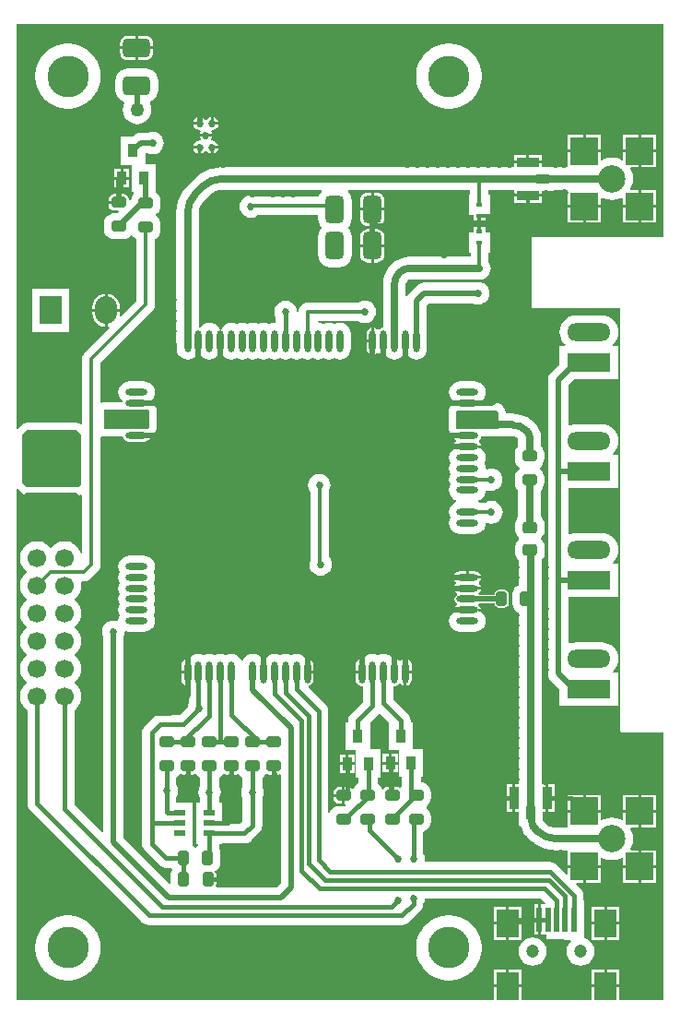
<source format=gbl>
G04*
G04 #@! TF.GenerationSoftware,Altium Limited,Altium Designer,20.1.11 (218)*
G04*
G04 Layer_Physical_Order=2*
G04 Layer_Color=16711680*
%FSTAX24Y24*%
%MOIN*%
G70*
G04*
G04 #@! TF.SameCoordinates,265BAA9A-0927-4A7B-A448-E96A6529A9FE*
G04*
G04*
G04 #@! TF.FilePolarity,Positive*
G04*
G01*
G75*
%ADD14C,0.0197*%
G04:AMPARAMS|DCode=29|XSize=67mil|YSize=100mil|CornerRadius=16.8mil|HoleSize=0mil|Usage=FLASHONLY|Rotation=90.000|XOffset=0mil|YOffset=0mil|HoleType=Round|Shape=RoundedRectangle|*
%AMROUNDEDRECTD29*
21,1,0.0670,0.0665,0,0,90.0*
21,1,0.0335,0.1000,0,0,90.0*
1,1,0.0335,0.0333,0.0168*
1,1,0.0335,0.0333,-0.0168*
1,1,0.0335,-0.0333,-0.0168*
1,1,0.0335,-0.0333,0.0168*
%
%ADD29ROUNDEDRECTD29*%
G04:AMPARAMS|DCode=30|XSize=40mil|YSize=52mil|CornerRadius=10mil|HoleSize=0mil|Usage=FLASHONLY|Rotation=0.000|XOffset=0mil|YOffset=0mil|HoleType=Round|Shape=RoundedRectangle|*
%AMROUNDEDRECTD30*
21,1,0.0400,0.0320,0,0,0.0*
21,1,0.0200,0.0520,0,0,0.0*
1,1,0.0200,0.0100,-0.0160*
1,1,0.0200,-0.0100,-0.0160*
1,1,0.0200,-0.0100,0.0160*
1,1,0.0200,0.0100,0.0160*
%
%ADD30ROUNDEDRECTD30*%
G04:AMPARAMS|DCode=32|XSize=40mil|YSize=52mil|CornerRadius=10mil|HoleSize=0mil|Usage=FLASHONLY|Rotation=90.000|XOffset=0mil|YOffset=0mil|HoleType=Round|Shape=RoundedRectangle|*
%AMROUNDEDRECTD32*
21,1,0.0400,0.0320,0,0,90.0*
21,1,0.0200,0.0520,0,0,90.0*
1,1,0.0200,0.0160,0.0100*
1,1,0.0200,0.0160,-0.0100*
1,1,0.0200,-0.0160,-0.0100*
1,1,0.0200,-0.0160,0.0100*
%
%ADD32ROUNDEDRECTD32*%
%ADD70C,0.0276*%
%ADD71C,0.0118*%
%ADD72C,0.0157*%
%ADD74R,0.0984X0.0984*%
%ADD75C,0.0984*%
%ADD76R,0.0669X0.0669*%
%ADD77C,0.0669*%
%ADD78O,0.0800X0.1000*%
%ADD79R,0.0800X0.1000*%
%ADD80C,0.0270*%
%ADD81O,0.1575X0.0650*%
%ADD82R,0.1575X0.0650*%
%ADD83C,0.1496*%
%ADD84C,0.0280*%
%ADD85C,0.0300*%
%ADD86C,0.0472*%
%ADD87C,0.0500*%
%ADD88C,0.0250*%
%ADD89O,0.0787X0.0236*%
%ADD90R,0.0394X0.0217*%
%ADD91R,0.0790X0.0330*%
%ADD92R,0.0500X0.0330*%
G04:AMPARAMS|DCode=93|XSize=67mil|YSize=100mil|CornerRadius=16.8mil|HoleSize=0mil|Usage=FLASHONLY|Rotation=0.000|XOffset=0mil|YOffset=0mil|HoleType=Round|Shape=RoundedRectangle|*
%AMROUNDEDRECTD93*
21,1,0.0670,0.0665,0,0,0.0*
21,1,0.0335,0.1000,0,0,0.0*
1,1,0.0335,0.0168,-0.0333*
1,1,0.0335,-0.0168,-0.0333*
1,1,0.0335,-0.0168,0.0333*
1,1,0.0335,0.0168,0.0333*
%
%ADD93ROUNDEDRECTD93*%
%ADD94O,0.0236X0.0787*%
G04:AMPARAMS|DCode=95|XSize=43.3mil|YSize=51.2mil|CornerRadius=10.8mil|HoleSize=0mil|Usage=FLASHONLY|Rotation=270.000|XOffset=0mil|YOffset=0mil|HoleType=Round|Shape=RoundedRectangle|*
%AMROUNDEDRECTD95*
21,1,0.0433,0.0295,0,0,270.0*
21,1,0.0217,0.0512,0,0,270.0*
1,1,0.0217,-0.0148,-0.0108*
1,1,0.0217,-0.0148,0.0108*
1,1,0.0217,0.0148,0.0108*
1,1,0.0217,0.0148,-0.0108*
%
%ADD95ROUNDEDRECTD95*%
%ADD96R,0.0335X0.0472*%
%ADD97R,0.0236X0.0180*%
%ADD98R,0.0787X0.0984*%
%ADD99R,0.0197X0.0886*%
%ADD100R,0.0330X0.0790*%
%ADD101R,0.0330X0.0500*%
G36*
X116775Y106107D02*
X111983D01*
Y103548D01*
X115201D01*
Y088293D01*
X115208Y088256D01*
X115229Y088224D01*
X11526Y088203D01*
X115297Y088196D01*
X116775D01*
Y078547D01*
X115163D01*
Y078994D01*
X114669D01*
X114176D01*
Y078547D01*
X11162D01*
Y078994D01*
X110632D01*
Y078547D01*
X093347D01*
Y096992D01*
X093397Y097013D01*
X09355Y09686D01*
X093606Y096817D01*
X093644Y096801D01*
X093698Y096856D01*
X095514Y096856D01*
X095589Y09678D01*
X095612D01*
X095683Y096789D01*
X095691Y096793D01*
X095733Y096765D01*
Y094668D01*
X095683Y094661D01*
X095661Y094733D01*
X095605Y094838D01*
X09553Y09493D01*
X095438Y095005D01*
X095333Y095061D01*
X095314Y095067D01*
X095313Y095084D01*
X094887D01*
X094886Y095067D01*
X094867Y095061D01*
X094762Y095005D01*
X09467Y09493D01*
X094625Y094874D01*
X094575D01*
X09453Y09493D01*
X094438Y095005D01*
X094333Y095061D01*
X094314Y095067D01*
X094313Y095084D01*
X093887D01*
X093886Y095067D01*
X093867Y095061D01*
X093762Y095005D01*
X09367Y09493D01*
X093595Y094838D01*
X093539Y094733D01*
X093504Y094619D01*
X093492Y0945D01*
X093504Y094381D01*
X093539Y094267D01*
X093595Y094162D01*
X09367Y09407D01*
X093726Y094025D01*
Y093975D01*
X09367Y09393D01*
X093595Y093838D01*
X093539Y093733D01*
X093504Y093619D01*
X093492Y0935D01*
X093504Y093381D01*
X093539Y093267D01*
X093595Y093162D01*
X09367Y09307D01*
X093726Y093025D01*
Y092975D01*
X09367Y09293D01*
X093595Y092838D01*
X093539Y092733D01*
X093504Y092619D01*
X093492Y0925D01*
X093504Y092381D01*
X093539Y092267D01*
X093595Y092162D01*
X09367Y09207D01*
X093726Y092025D01*
Y091975D01*
X09367Y09193D01*
X093595Y091838D01*
X093539Y091733D01*
X093504Y091619D01*
X093492Y0915D01*
X093504Y091381D01*
X093539Y091267D01*
X093595Y091162D01*
X09367Y09107D01*
X093726Y091025D01*
Y090975D01*
X09367Y09093D01*
X093595Y090838D01*
X093539Y090733D01*
X093504Y090619D01*
X093492Y0905D01*
X093504Y090381D01*
X093539Y090267D01*
X093595Y090162D01*
X09367Y09007D01*
X093726Y090025D01*
Y089975D01*
X09367Y08993D01*
X093595Y089838D01*
X093539Y089733D01*
X093504Y089619D01*
X093492Y0895D01*
X093504Y089381D01*
X093539Y089267D01*
X093595Y089162D01*
X09367Y08907D01*
X093748Y089006D01*
Y085641D01*
X09376Y08555D01*
X093795Y085465D01*
X093851Y085393D01*
X097899Y081345D01*
X097972Y081289D01*
X098056Y081254D01*
X098147Y081242D01*
X107309D01*
X1074Y081254D01*
X107485Y081289D01*
X107558Y081345D01*
X107967Y081754D01*
X108023Y081827D01*
X108038Y081862D01*
X108058Y081912D01*
X108069Y081991D01*
X108072Y081996D01*
X108113Y082094D01*
X108127Y0822D01*
X108138Y082212D01*
X112317D01*
X112497Y082032D01*
X112485Y082002D01*
X112472Y081987D01*
X112326D01*
Y081444D01*
Y080901D01*
X112388D01*
Y080896D01*
X112528D01*
Y080721D01*
X112838D01*
Y080716D01*
X113148D01*
Y080711D01*
X113404D01*
X11342Y080664D01*
X113401Y080649D01*
X11332Y080544D01*
X113269Y08042D01*
X113252Y080288D01*
X113269Y080156D01*
X11332Y080033D01*
X113401Y079927D01*
X113507Y079846D01*
X11363Y079795D01*
X113762Y079778D01*
X113894Y079795D01*
X114018Y079846D01*
X114123Y079927D01*
X114204Y080033D01*
X114255Y080156D01*
X114273Y080288D01*
X114255Y08042D01*
X114204Y080544D01*
X114123Y080649D01*
X114018Y08073D01*
X113894Y080781D01*
X113885Y080783D01*
Y082137D01*
X113868D01*
Y082313D01*
X113856Y082404D01*
X113821Y082489D01*
X113765Y082562D01*
X11361Y082717D01*
X113629Y082763D01*
X113854D01*
Y083306D01*
X113311D01*
Y083081D01*
X113265Y083062D01*
X112904Y083423D01*
X112831Y083479D01*
X112781Y0835D01*
X112746Y083514D01*
X112655Y083526D01*
X108152D01*
X108119Y083564D01*
X108127Y083627D01*
X108113Y083733D01*
X108072Y083831D01*
X10807Y083834D01*
Y084614D01*
X10816Y084651D01*
X108237Y08471D01*
X108296Y084787D01*
X108334Y084877D01*
X108346Y084974D01*
Y085174D01*
X108334Y085271D01*
X108296Y085361D01*
X108237Y085438D01*
X108187Y085476D01*
Y085538D01*
X108237Y085576D01*
X108296Y085654D01*
X108334Y085744D01*
X108346Y08584D01*
Y08604D01*
X108334Y086137D01*
X108296Y086227D01*
X108237Y086304D01*
X10816Y086363D01*
X10807Y086401D01*
X107987Y086411D01*
Y086588D01*
X108073D01*
Y0876D01*
X107701D01*
Y088582D01*
X107615D01*
Y088629D01*
X107604Y08872D01*
X107583Y08877D01*
X107568Y088805D01*
X107512Y088878D01*
X106988Y089403D01*
Y08985D01*
X107026Y089882D01*
X10703Y089881D01*
X107115Y089898D01*
X107187Y089946D01*
X107201Y089968D01*
X107251D01*
X107266Y089946D01*
X107338Y089898D01*
X107373Y089891D01*
Y090379D01*
Y090867D01*
X107338Y09086D01*
X107266Y090812D01*
X107251Y09079D01*
X107201D01*
X107187Y090812D01*
X107115Y09086D01*
X10708Y090867D01*
Y090379D01*
X107027D01*
Y090655D01*
X107014Y090756D01*
X10698Y090839D01*
Y090867D01*
X106964Y090864D01*
X106913Y090932D01*
X106832Y090994D01*
X106737Y091033D01*
X106636Y091046D01*
X106535Y091033D01*
X10644Y090994D01*
X106439Y090993D01*
X106438Y090994D01*
X106343Y091033D01*
X106242Y091046D01*
X106141Y091033D01*
X106046Y090994D01*
X105965Y090932D01*
X105914Y090864D01*
X105898Y090867D01*
Y090839D01*
X105864Y090756D01*
X105851Y090655D01*
Y090379D01*
X105848D01*
Y090329D01*
X105626D01*
Y090104D01*
X105643Y090018D01*
X105691Y089946D01*
X105763Y089898D01*
X105848Y089881D01*
X105852Y089882D01*
X10589Y08985D01*
Y089304D01*
X105459Y088873D01*
X105403Y0888D01*
X105368Y088715D01*
X105356Y088624D01*
Y08857D01*
X10527D01*
Y087557D01*
X105642D01*
Y086575D01*
X105728D01*
Y086367D01*
X105718Y086363D01*
X105641Y086304D01*
X105582Y086227D01*
X105558Y086168D01*
X105501Y086163D01*
X105493Y086175D01*
X105427Y086219D01*
X105349Y086234D01*
X105239D01*
Y08593D01*
Y085623D01*
X105257Y08558D01*
X105214Y085537D01*
X105029D01*
X104932Y085525D01*
X104842Y085487D01*
X104765Y085428D01*
X104706Y085351D01*
X104685Y085301D01*
X104635Y085311D01*
Y088982D01*
X104623Y089073D01*
X104588Y089157D01*
X104532Y08923D01*
X103919Y089844D01*
X103933Y089892D01*
X103965Y089898D01*
X104037Y089946D01*
X104085Y090018D01*
X104102Y090104D01*
Y090329D01*
X10388D01*
Y090379D01*
X103878D01*
Y090655D01*
X103864Y090756D01*
X10383Y090839D01*
Y090867D01*
X103815Y090864D01*
X103763Y090932D01*
X103682Y090994D01*
X103588Y091033D01*
X103486Y091046D01*
X103385Y091033D01*
X10329Y090994D01*
X103289Y090993D01*
X103288Y090994D01*
X103194Y091033D01*
X103093Y091046D01*
X102991Y091033D01*
X102897Y090994D01*
X102896Y090993D01*
X102895Y090994D01*
X1028Y091033D01*
X102699Y091046D01*
X102598Y091033D01*
X102503Y090994D01*
X102422Y090932D01*
X10237Y090864D01*
X102355Y090867D01*
Y090839D01*
X102321Y090756D01*
X102307Y090655D01*
Y090379D01*
X102303D01*
Y090655D01*
X10229Y090756D01*
X102255Y090839D01*
Y090867D01*
X10224Y090864D01*
X102188Y090932D01*
X102107Y090994D01*
X102013Y091033D01*
X101911Y091046D01*
X10181Y091033D01*
X101716Y090994D01*
X101635Y090932D01*
X101572Y09085D01*
X101545Y090784D01*
X101491D01*
X101463Y09085D01*
X101401Y090932D01*
X10132Y090994D01*
X101225Y091033D01*
X101124Y091046D01*
X101023Y091033D01*
X100928Y090994D01*
X100927Y090993D01*
X100926Y090994D01*
X100832Y091033D01*
X10073Y091046D01*
X100629Y091033D01*
X100535Y090994D01*
X100533Y090993D01*
X100532Y090994D01*
X100438Y091033D01*
X100337Y091046D01*
X100235Y091033D01*
X100141Y090994D01*
X10014Y090993D01*
X100139Y090994D01*
X100044Y091033D01*
X099943Y091046D01*
X099842Y091033D01*
X099747Y090994D01*
X099666Y090932D01*
X099614Y090864D01*
X099599Y090867D01*
Y090839D01*
X099565Y090756D01*
X099551Y090655D01*
Y090379D01*
X099549D01*
Y090329D01*
X099327D01*
Y090104D01*
X099344Y090018D01*
X099392Y089946D01*
X099464Y089898D01*
X099549Y089881D01*
X099553Y089882D01*
X099591Y08985D01*
Y089265D01*
X099558Y089186D01*
X09955Y089126D01*
X099266Y088841D01*
X098545D01*
X098454Y088829D01*
X098369Y088794D01*
X098297Y088738D01*
X098001Y088443D01*
X097945Y08837D01*
X09791Y088285D01*
X097898Y088194D01*
Y084926D01*
X0979Y084917D01*
X097898Y084907D01*
Y084178D01*
X09791Y084087D01*
X097945Y084002D01*
X098001Y08393D01*
X098513Y083418D01*
X098586Y083362D01*
X098671Y083327D01*
X098762Y083315D01*
X098972D01*
X099007Y08327D01*
X098988Y083245D01*
X098951Y083155D01*
X098938Y083059D01*
Y082767D01*
X098888Y082747D01*
X097234Y084401D01*
Y091675D01*
X097257Y09173D01*
X097269Y091819D01*
X097313Y091855D01*
X097322Y091851D01*
X097423Y091838D01*
X097974D01*
X098076Y091851D01*
X09817Y091891D01*
X098251Y091953D01*
X098313Y092034D01*
X098353Y092128D01*
X098366Y09223D01*
X098353Y092331D01*
X098313Y092425D01*
X098313Y092426D01*
X098313Y092428D01*
X098353Y092522D01*
X098366Y092623D01*
X098353Y092725D01*
X098313Y092819D01*
X098313Y09282D01*
X098313Y092821D01*
X098353Y092916D01*
X098366Y093017D01*
X098353Y093118D01*
X098313Y093213D01*
X098313Y093214D01*
X098313Y093215D01*
X098353Y093309D01*
X098366Y093411D01*
X098353Y093512D01*
X098313Y093606D01*
X098313Y093607D01*
X098313Y093609D01*
X098353Y093703D01*
X098366Y093804D01*
X098353Y093906D01*
X098313Y094D01*
X098313Y094001D01*
X098313Y094002D01*
X098353Y094097D01*
X098366Y094198D01*
X098353Y094299D01*
X098313Y094394D01*
X098251Y094475D01*
X09817Y094537D01*
X098076Y094576D01*
X097974Y094589D01*
X097423D01*
X097322Y094576D01*
X097227Y094537D01*
X097146Y094475D01*
X097084Y094394D01*
X097045Y094299D01*
X097032Y094198D01*
X097045Y094097D01*
X097084Y094002D01*
X097085Y094001D01*
X097084Y094D01*
X097045Y093906D01*
X097032Y093804D01*
X097045Y093703D01*
X097084Y093609D01*
X097085Y093607D01*
X097084Y093606D01*
X097045Y093512D01*
X097032Y093411D01*
X097045Y093309D01*
X097084Y093215D01*
X097085Y093214D01*
X097084Y093213D01*
X097045Y093118D01*
X097032Y093017D01*
X097045Y092916D01*
X097084Y092821D01*
X097085Y09282D01*
X097084Y092819D01*
X097045Y092725D01*
X097032Y092623D01*
X097045Y092522D01*
X097084Y092428D01*
X097085Y092426D01*
X097084Y092425D01*
X097045Y092331D01*
X097035Y092257D01*
X096986Y092223D01*
X096968Y09223D01*
X096862Y092244D01*
X096756Y09223D01*
X096658Y09219D01*
X096573Y092125D01*
X096508Y09204D01*
X096468Y091942D01*
X096454Y091836D01*
X096468Y09173D01*
X096491Y091675D01*
Y084611D01*
X096444Y084592D01*
X095452Y085584D01*
Y089006D01*
X09553Y08907D01*
X095605Y089162D01*
X095661Y089267D01*
X095696Y089381D01*
X095708Y0895D01*
X095696Y089619D01*
X095661Y089733D01*
X095605Y089838D01*
X09553Y08993D01*
X095474Y089975D01*
Y090025D01*
X09553Y09007D01*
X095605Y090162D01*
X095661Y090267D01*
X095696Y090381D01*
X095708Y0905D01*
X095696Y090619D01*
X095661Y090733D01*
X095605Y090838D01*
X09553Y09093D01*
X095474Y090975D01*
Y091025D01*
X09553Y09107D01*
X095605Y091162D01*
X095661Y091267D01*
X095696Y091381D01*
X095708Y0915D01*
X095696Y091619D01*
X095661Y091733D01*
X095605Y091838D01*
X09553Y09193D01*
X095474Y091975D01*
Y092025D01*
X09553Y09207D01*
X095605Y092162D01*
X095661Y092267D01*
X095696Y092381D01*
X095708Y0925D01*
X095696Y092619D01*
X095661Y092733D01*
X095605Y092838D01*
X09553Y09293D01*
X095474Y092975D01*
Y093025D01*
X09553Y09307D01*
X095605Y093162D01*
X095661Y093267D01*
X095696Y093381D01*
X095708Y0935D01*
X095696Y093619D01*
X095693Y093629D01*
X095722Y093669D01*
X095799D01*
X095885Y093681D01*
X095965Y093714D01*
X096034Y093766D01*
X0963Y094032D01*
X096352Y094101D01*
X096386Y094181D01*
X096397Y094267D01*
Y09888D01*
X096447Y098914D01*
X096467Y098905D01*
X096537Y098896D01*
X097206D01*
X097218Y098837D01*
X097266Y098765D01*
X097338Y098717D01*
X097423Y0987D01*
X097974D01*
X09806Y098717D01*
X098132Y098765D01*
X09818Y098837D01*
X098194Y09891D01*
X098248Y098933D01*
X098305Y098976D01*
X098364Y099035D01*
X098407Y099091D01*
X098434Y099157D01*
X098444Y099228D01*
Y099483D01*
X098442Y099493D01*
X098444Y099503D01*
Y099818D01*
X098434Y099889D01*
X098407Y099954D01*
X098364Y100011D01*
X098322Y100043D01*
X098315Y10005D01*
X098258Y100093D01*
X098193Y10012D01*
X098184Y100169D01*
X098251Y10022D01*
X098313Y100302D01*
X098353Y100396D01*
X098366Y100497D01*
X098353Y100599D01*
X098313Y100693D01*
X098251Y100774D01*
X09817Y100836D01*
X098076Y100875D01*
X097974Y100889D01*
X097423D01*
X097322Y100875D01*
X097227Y100836D01*
X097146Y100774D01*
X097084Y100693D01*
X097045Y100599D01*
X097032Y100497D01*
X097045Y100396D01*
X097084Y100302D01*
X097146Y10022D01*
X097199Y10018D01*
X097182Y10013D01*
X096537D01*
X096467Y100121D01*
X096447Y100112D01*
X096397Y100146D01*
Y101551D01*
X098278Y103432D01*
X098331Y103501D01*
X098364Y103581D01*
X098375Y103667D01*
Y106027D01*
X09838Y106029D01*
X098457Y106088D01*
X098517Y106165D01*
X098554Y106255D01*
X098567Y106352D01*
Y106552D01*
X098554Y106649D01*
X098517Y106739D01*
X098457Y106816D01*
X098407Y106854D01*
Y106916D01*
X098457Y106954D01*
X098517Y107032D01*
X098554Y107122D01*
X098567Y107218D01*
Y107418D01*
X098554Y107515D01*
X098517Y107605D01*
X098457Y107682D01*
X098405Y107722D01*
Y108164D01*
X098405Y108165D01*
Y108736D01*
X098012D01*
Y109132D01*
X098118D01*
X098174Y109109D01*
X09828Y109095D01*
X098385Y109109D01*
X098484Y109149D01*
X098568Y109214D01*
X098633Y109299D01*
X098674Y109397D01*
X098688Y109503D01*
X098674Y109609D01*
X098633Y109707D01*
X098568Y109792D01*
X098484Y109857D01*
X098385Y109898D01*
X09828Y109912D01*
X098174Y109898D01*
X098118Y109875D01*
X097856D01*
X09776Y109862D01*
X09767Y109825D01*
X097593Y109766D01*
X097555Y109728D01*
X097137D01*
Y108715D01*
X09753D01*
Y107723D01*
X097581D01*
X097594Y107705D01*
X097603Y107673D01*
X09755Y107605D01*
X097513Y107515D01*
X097506Y107464D01*
X097469Y107427D01*
X097423Y107446D01*
Y107457D01*
X097407Y107536D01*
X097363Y107602D01*
X097297Y107646D01*
X097219Y107661D01*
X097109D01*
Y107357D01*
X097059D01*
Y107307D01*
X096695D01*
Y107257D01*
X096711Y107179D01*
X096755Y107113D01*
X096821Y107069D01*
X096899Y107054D01*
X09703D01*
X09705Y107007D01*
X097007Y106965D01*
X096899D01*
X096802Y106952D01*
X096712Y106915D01*
X096635Y106855D01*
X096576Y106778D01*
X096539Y106688D01*
X096526Y106591D01*
Y106391D01*
X096539Y106295D01*
X096576Y106205D01*
X096635Y106127D01*
X096712Y106068D01*
X096802Y106031D01*
X096899Y106018D01*
X097219D01*
X097316Y106031D01*
X097406Y106068D01*
X097483Y106127D01*
X097505Y106156D01*
X097563Y106149D01*
X09761Y106088D01*
X097687Y106029D01*
X097711Y106019D01*
Y103804D01*
X097139Y103232D01*
X097092Y103255D01*
X097104Y10335D01*
Y1034D01*
X09665D01*
Y102852D01*
X096695Y102858D01*
X096718Y102811D01*
X09583Y101923D01*
X095778Y101854D01*
X095744Y101774D01*
X095733Y101688D01*
Y099354D01*
X095683Y09933D01*
X09565Y099355D01*
X095584Y099382D01*
X095514Y099392D01*
X093742D01*
X093672Y099382D01*
X093606Y099355D01*
X09355Y099312D01*
X093397Y099159D01*
X093347Y09918D01*
Y113786D01*
X116775D01*
Y106107D01*
D02*
G37*
G36*
X098161Y099818D02*
X098171D01*
Y099503D01*
X098161Y099493D01*
X098171Y099483D01*
Y099228D01*
X098112Y099169D01*
X096537Y099169D01*
X096537Y099857D01*
X098122Y099857D01*
X098161Y099818D01*
D02*
G37*
G36*
X095711Y098922D02*
Y097151D01*
X095612Y097052D01*
X093742D01*
X093545Y097249D01*
Y098922D01*
X093742Y099119D01*
X095514D01*
X095711Y098922D01*
D02*
G37*
G36*
X102719Y08668D02*
X102829D01*
X102878Y086689D01*
X102928Y086653D01*
Y082767D01*
X102771Y082611D01*
X100586D01*
X100562Y082655D01*
X100566Y082661D01*
X100581Y082739D01*
Y082849D01*
X100278D01*
Y082949D01*
X100581D01*
Y083059D01*
X100566Y083137D01*
X100541Y083173D01*
X100544Y083183D01*
X100622Y083243D01*
X100681Y08332D01*
X100718Y08341D01*
X100731Y083507D01*
Y083827D01*
X100718Y083923D01*
X100687Y083999D01*
Y084174D01*
X100802D01*
Y084201D01*
X101606D01*
X101697Y084213D01*
X101782Y084248D01*
X101855Y084304D01*
X102142Y084591D01*
X102198Y084664D01*
X102216Y084706D01*
X102233Y084749D01*
X102245Y08484D01*
Y085832D01*
X102247Y085834D01*
X102288Y085933D01*
X102302Y086039D01*
X102288Y086144D01*
X102247Y086243D01*
X102245Y086245D01*
Y086564D01*
X102318Y08662D01*
X102377Y086697D01*
X102412Y086708D01*
X102431Y086695D01*
X102509Y08668D01*
X102619D01*
Y086983D01*
X102719D01*
Y08668D01*
D02*
G37*
G36*
X101168D02*
X101278D01*
X101356Y086695D01*
X101375Y086708D01*
X101411Y086697D01*
X10147Y08662D01*
X101542Y086564D01*
Y086245D01*
X10154Y086243D01*
X101499Y086144D01*
X101485Y086039D01*
X101499Y085933D01*
X10154Y085834D01*
X101542Y085832D01*
Y084985D01*
X101461Y084904D01*
X100802D01*
Y085679D01*
X100694D01*
Y085842D01*
X100696Y085844D01*
X100737Y085943D01*
X100751Y086048D01*
X100737Y086154D01*
X100696Y086253D01*
X100694Y086255D01*
Y086564D01*
X100766Y08662D01*
X100826Y086697D01*
X100861Y086708D01*
X10088Y086695D01*
X100958Y08668D01*
X101068D01*
Y086983D01*
X101168D01*
Y08668D01*
D02*
G37*
G36*
X099617D02*
X099727D01*
X099805Y086695D01*
X099824Y086708D01*
X099859Y086697D01*
X099919Y08662D01*
X099991Y086564D01*
Y086255D01*
X099989Y086253D01*
X099948Y086154D01*
X099934Y086048D01*
X099948Y085943D01*
X099989Y085844D01*
X099991Y085842D01*
Y085679D01*
X099868D01*
Y084922D01*
Y084174D01*
X099921D01*
X099938Y084124D01*
X099894Y08409D01*
X099855Y08404D01*
X099794D01*
X099756Y08409D01*
X099712Y084124D01*
X099722Y084174D01*
X099722D01*
Y084548D01*
Y084922D01*
Y085679D01*
X099143D01*
Y085881D01*
X099145Y085884D01*
X099186Y085982D01*
X0992Y086088D01*
X099186Y086194D01*
X099145Y086292D01*
X099143Y086295D01*
Y086564D01*
X099215Y08662D01*
X099275Y086697D01*
X09931Y086708D01*
X099329Y086695D01*
X099407Y08668D01*
X099517D01*
Y086983D01*
X099617D01*
Y08668D01*
D02*
G37*
G36*
X106826Y088569D02*
Y08757D01*
X107198D01*
Y086588D01*
X107284D01*
Y086238D01*
X107234Y086212D01*
X107209Y086229D01*
X10713Y086244D01*
X10702D01*
Y08594D01*
X10692D01*
Y086244D01*
X10681D01*
X106732Y086229D01*
X106666Y086184D01*
X106636Y086138D01*
X106613Y086138D01*
X106581Y086147D01*
X106548Y086227D01*
X106489Y086304D01*
X106431Y086348D01*
Y086575D01*
X106517D01*
Y087588D01*
X106145D01*
Y088564D01*
X106488Y088907D01*
X106826Y088569D01*
D02*
G37*
%LPC*%
G36*
X098041Y113376D02*
X097759D01*
Y112989D01*
X098311D01*
Y113107D01*
X098302Y113176D01*
X098275Y113241D01*
X098232Y113297D01*
X098176Y11334D01*
X098111Y113367D01*
X098041Y113376D01*
D02*
G37*
G36*
X097659D02*
X097376D01*
X097306Y113367D01*
X097241Y11334D01*
X097185Y113297D01*
X097142Y113241D01*
X097116Y113176D01*
X097106Y113107D01*
Y112989D01*
X097659D01*
Y113376D01*
D02*
G37*
G36*
X098311Y112889D02*
X097759D01*
Y112502D01*
X098041D01*
X098111Y112511D01*
X098176Y112538D01*
X098232Y112581D01*
X098275Y112637D01*
X098302Y112702D01*
X098311Y112772D01*
Y112889D01*
D02*
G37*
G36*
X097659D02*
X097106D01*
Y112772D01*
X097116Y112702D01*
X097142Y112637D01*
X097185Y112581D01*
X097241Y112538D01*
X097306Y112511D01*
X097376Y112502D01*
X097659D01*
Y112889D01*
D02*
G37*
G36*
X109075Y113096D02*
X108921D01*
X108767Y113075D01*
X108618Y113035D01*
X108475Y112976D01*
X10834Y112899D01*
X108218Y112804D01*
X108108Y112695D01*
X108014Y112572D01*
X107936Y112438D01*
X107877Y112295D01*
X107837Y112145D01*
X107817Y111992D01*
Y111837D01*
X107837Y111684D01*
X107877Y111534D01*
X107936Y111391D01*
X108014Y111257D01*
X108108Y111134D01*
X108218Y111025D01*
X10834Y11093D01*
X108475Y110853D01*
X108618Y110794D01*
X108767Y110754D01*
X108921Y110733D01*
X109075D01*
X109229Y110754D01*
X109378Y110794D01*
X109522Y110853D01*
X109656Y11093D01*
X109778Y111025D01*
X109888Y111134D01*
X109982Y111257D01*
X11006Y111391D01*
X110119Y111534D01*
X110159Y111684D01*
X110179Y111837D01*
Y111992D01*
X110159Y112145D01*
X110119Y112295D01*
X11006Y112438D01*
X109982Y112572D01*
X109888Y112695D01*
X109778Y112804D01*
X109656Y112899D01*
X109522Y112976D01*
X109378Y113035D01*
X109229Y113075D01*
X109075Y113096D01*
D02*
G37*
G36*
X095296D02*
X095141D01*
X094988Y113075D01*
X094838Y113035D01*
X094695Y112976D01*
X094561Y112899D01*
X094438Y112804D01*
X094329Y112695D01*
X094234Y112572D01*
X094157Y112438D01*
X094098Y112295D01*
X094058Y112145D01*
X094037Y111992D01*
Y111837D01*
X094058Y111684D01*
X094098Y111534D01*
X094157Y111391D01*
X094234Y111257D01*
X094329Y111134D01*
X094438Y111025D01*
X094561Y11093D01*
X094695Y110853D01*
X094838Y110794D01*
X094988Y110754D01*
X095141Y110733D01*
X095296D01*
X095449Y110754D01*
X095599Y110794D01*
X095742Y110853D01*
X095876Y11093D01*
X095999Y111025D01*
X096108Y111134D01*
X096203Y111257D01*
X09628Y111391D01*
X096339Y111534D01*
X096379Y111684D01*
X0964Y111837D01*
Y111992D01*
X096379Y112145D01*
X096339Y112295D01*
X09628Y112438D01*
X096203Y112572D01*
X096108Y112695D01*
X095999Y112804D01*
X095876Y112899D01*
X095742Y112976D01*
X095599Y113035D01*
X095449Y113075D01*
X095296Y113096D01*
D02*
G37*
G36*
X100388Y110436D02*
X100346Y110427D01*
X100268Y110375D01*
X100238Y11033D01*
X100178D01*
X100147Y110375D01*
X10007Y110427D01*
X100028Y110436D01*
Y110206D01*
X099978D01*
Y110156D01*
X099748D01*
X099757Y110114D01*
X099808Y110037D01*
X099886Y109985D01*
X099978Y109966D01*
X099995Y10997D01*
X100025Y109925D01*
X099987Y109868D01*
X099978Y109826D01*
X100438D01*
X100429Y109868D01*
X100391Y109925D01*
X100421Y10997D01*
X100438Y109966D01*
X10053Y109985D01*
X100607Y110037D01*
X100659Y110114D01*
X100668Y110156D01*
X100438D01*
Y110206D01*
X100388D01*
Y110436D01*
D02*
G37*
G36*
X100488D02*
Y110256D01*
X100668D01*
X100659Y110298D01*
X100607Y110375D01*
X10053Y110427D01*
X100488Y110436D01*
D02*
G37*
G36*
X099928D02*
X099886Y110427D01*
X099808Y110375D01*
X099757Y110298D01*
X099748Y110256D01*
X099928D01*
Y110436D01*
D02*
G37*
G36*
X098041Y112188D02*
X097376D01*
X097262Y112173D01*
X097156Y112129D01*
X097064Y112059D01*
X096994Y111967D01*
X09695Y111861D01*
X096935Y111747D01*
Y111412D01*
X09695Y111297D01*
X096994Y111191D01*
X097064Y1111D01*
X097156Y111029D01*
X097227Y111D01*
X097232Y110995D01*
X097253Y11094D01*
X097252Y110937D01*
X097212Y11084D01*
X097194Y110704D01*
X097212Y110568D01*
X097264Y110442D01*
X097348Y110333D01*
X097456Y11025D01*
X097583Y110197D01*
X097718Y110179D01*
X097854Y110197D01*
X097981Y11025D01*
X098089Y110333D01*
X098173Y110442D01*
X098225Y110568D01*
X098243Y110704D01*
X098225Y11084D01*
X098183Y110942D01*
X0982Y111004D01*
X098262Y111029D01*
X098353Y1111D01*
X098423Y111191D01*
X098467Y111297D01*
X098482Y111412D01*
Y111747D01*
X098467Y111861D01*
X098423Y111967D01*
X098353Y112059D01*
X098262Y112129D01*
X098155Y112173D01*
X098041Y112188D01*
D02*
G37*
G36*
X100438Y109726D02*
X099978D01*
X099987Y109684D01*
X100025Y109627D01*
X099995Y109582D01*
X099978Y109586D01*
X099886Y109567D01*
X099808Y109515D01*
X099757Y109438D01*
X099748Y109396D01*
X099978D01*
Y109346D01*
X100028D01*
Y109116D01*
X10007Y109125D01*
X100147Y109177D01*
X100178Y109222D01*
X100238D01*
X100268Y109177D01*
X100346Y109125D01*
X100388Y109116D01*
Y109346D01*
X100438D01*
Y109396D01*
X100668D01*
X100659Y109438D01*
X100607Y109515D01*
X10053Y109567D01*
X100438Y109586D01*
X100421Y109582D01*
X100391Y109627D01*
X100429Y109684D01*
X100438Y109726D01*
D02*
G37*
G36*
X116496Y109802D02*
X115954D01*
Y10926D01*
X116496D01*
Y109802D01*
D02*
G37*
G36*
X115854D02*
X115311D01*
Y10926D01*
X115854D01*
Y109802D01*
D02*
G37*
G36*
X114496D02*
X113954D01*
Y10926D01*
X114496D01*
Y109802D01*
D02*
G37*
G36*
X113854D02*
X113311D01*
Y10926D01*
X113854D01*
Y109802D01*
D02*
G37*
G36*
X100668Y109296D02*
X100488D01*
Y109116D01*
X10053Y109125D01*
X100607Y109177D01*
X100659Y109254D01*
X100668Y109296D01*
D02*
G37*
G36*
X099928D02*
X099748D01*
X099757Y109254D01*
X099808Y109177D01*
X099886Y109125D01*
X099928Y109116D01*
Y109296D01*
D02*
G37*
G36*
X115854Y10916D02*
X115311D01*
Y108905D01*
X115269Y108879D01*
X115197Y108918D01*
X115053Y108961D01*
X114904Y108976D01*
X114754Y108961D01*
X11461Y108918D01*
X114539Y108879D01*
X114496Y108905D01*
Y10916D01*
X113311D01*
Y108621D01*
X112908D01*
Y108645D01*
X112353D01*
Y10876D01*
X111858D01*
X111363D01*
Y108621D01*
X100786D01*
Y108622D01*
X100566Y108605D01*
X10035Y108553D01*
X100145Y108468D01*
X099956Y108352D01*
X099788Y108209D01*
X099788Y108208D01*
X099551Y107971D01*
X099551Y107971D01*
X099407Y107803D01*
X099291Y107614D01*
X099206Y107409D01*
X099154Y107194D01*
X099137Y106973D01*
X099138D01*
Y102348D01*
X099152Y102241D01*
X099158Y102227D01*
Y102072D01*
X099171Y101971D01*
X09921Y101876D01*
X099272Y101795D01*
X099353Y101733D01*
X099448Y101694D01*
X099549Y101681D01*
X099651Y101694D01*
X099745Y101733D01*
X099826Y101795D01*
X099878Y101863D01*
X099943Y10185D01*
X100008Y101863D01*
X10006Y101795D01*
X100141Y101733D01*
X100235Y101694D01*
X100337Y101681D01*
X100438Y101694D01*
X100532Y101733D01*
X100613Y101795D01*
X100665Y101863D01*
X10068Y10186D01*
Y101888D01*
X100715Y101971D01*
X100728Y102072D01*
Y102348D01*
Y102623D01*
X100715Y102725D01*
X10068Y102808D01*
Y102836D01*
X100665Y102833D01*
X100613Y1029D01*
X100532Y102962D01*
X100438Y103001D01*
X100337Y103015D01*
X100235Y103001D01*
X100141Y102962D01*
X10006Y1029D01*
X100008Y102833D01*
X099961Y102842D01*
Y106973D01*
X09996Y106979D01*
X099971Y107088D01*
X100004Y107199D01*
X100059Y107301D01*
X100128Y107385D01*
X100133Y107389D01*
X10037Y107626D01*
X100374Y107631D01*
X100459Y107701D01*
X100561Y107755D01*
X100671Y107789D01*
X100781Y107799D01*
X100786Y107799D01*
X104384D01*
X1044Y107751D01*
X104394Y107746D01*
X104324Y107655D01*
X104281Y107552D01*
X102059D01*
X102043Y107564D01*
X101945Y107605D01*
X101839Y107619D01*
X101733Y107605D01*
X101635Y107564D01*
X10155Y107499D01*
X101485Y107414D01*
X101444Y107316D01*
X10143Y10721D01*
X101444Y107104D01*
X101485Y107006D01*
X10155Y106921D01*
X101635Y106856D01*
X101733Y106815D01*
X101839Y106802D01*
X101945Y106815D01*
X102043Y106856D01*
X102084Y106888D01*
X104264D01*
Y106769D01*
X104279Y106655D01*
X104324Y106548D01*
X104394Y106457D01*
Y106427D01*
X104324Y106336D01*
X104279Y106229D01*
X104264Y106115D01*
Y10545D01*
X104279Y105336D01*
X104324Y10523D01*
X104394Y105138D01*
X104485Y105068D01*
X104591Y105024D01*
X104706Y105009D01*
X105041D01*
X105155Y105024D01*
X105261Y105068D01*
X105353Y105138D01*
X105423Y10523D01*
X105467Y105336D01*
X105482Y10545D01*
Y106115D01*
X105467Y106229D01*
X105423Y106336D01*
X105353Y106427D01*
Y106457D01*
X105423Y106548D01*
X105467Y106655D01*
X105482Y106769D01*
Y107434D01*
X105467Y107548D01*
X105423Y107655D01*
X105353Y107746D01*
X105346Y107751D01*
X105362Y107799D01*
X109768D01*
Y107629D01*
X109712D01*
Y106909D01*
X109882D01*
Y106685D01*
X11005D01*
Y106875D01*
X11015D01*
Y106685D01*
X110318D01*
Y106909D01*
X110489D01*
Y107629D01*
X110432D01*
Y107799D01*
X111363D01*
Y10766D01*
X111858D01*
X112353D01*
Y107775D01*
X112908D01*
Y107799D01*
X113311D01*
Y10726D01*
X114496D01*
Y107515D01*
X114539Y107541D01*
X11461Y107502D01*
X114754Y107459D01*
X114904Y107444D01*
X115053Y107459D01*
X115197Y107502D01*
X115269Y107541D01*
X115311Y107515D01*
Y10726D01*
X115854D01*
Y107802D01*
X115598D01*
X115573Y107845D01*
X115611Y107917D01*
X115655Y108061D01*
X115669Y10821D01*
X115655Y108359D01*
X115611Y108503D01*
X115573Y108575D01*
X115598Y108618D01*
X115854D01*
Y10916D01*
D02*
G37*
G36*
X112353Y109075D02*
X111908D01*
Y10886D01*
X112353D01*
Y109075D01*
D02*
G37*
G36*
X111808D02*
X111363D01*
Y10886D01*
X111808D01*
Y109075D01*
D02*
G37*
G36*
X116496Y10916D02*
X115954D01*
Y108618D01*
X116496D01*
Y10916D01*
D02*
G37*
G36*
X097435Y108566D02*
X097218D01*
Y10828D01*
X097435D01*
Y108566D01*
D02*
G37*
G36*
X097118D02*
X0969D01*
Y10828D01*
X097118D01*
Y108566D01*
D02*
G37*
G36*
X097435Y10818D02*
X097218D01*
Y107893D01*
X097435D01*
Y10818D01*
D02*
G37*
G36*
X097118D02*
X0969D01*
Y107893D01*
X097118D01*
Y10818D01*
D02*
G37*
G36*
X097009Y107661D02*
X096899D01*
X096821Y107646D01*
X096755Y107602D01*
X096711Y107536D01*
X096695Y107457D01*
Y107407D01*
X097009D01*
Y107661D01*
D02*
G37*
G36*
X112353Y10756D02*
X111908D01*
Y107345D01*
X112353D01*
Y10756D01*
D02*
G37*
G36*
X111808D02*
X111363D01*
Y107345D01*
X111808D01*
Y10756D01*
D02*
G37*
G36*
X116496Y107802D02*
X115954D01*
Y10726D01*
X116496D01*
Y107802D01*
D02*
G37*
G36*
X106401Y107704D02*
X106283D01*
Y107152D01*
X10667D01*
Y107434D01*
X106661Y107504D01*
X106634Y107569D01*
X106591Y107625D01*
X106536Y107668D01*
X10647Y107695D01*
X106401Y107704D01*
D02*
G37*
G36*
X106183D02*
X106066D01*
X105996Y107695D01*
X105931Y107668D01*
X105875Y107625D01*
X105832Y107569D01*
X105805Y107504D01*
X105796Y107434D01*
Y107152D01*
X106183D01*
Y107704D01*
D02*
G37*
G36*
X116496Y10716D02*
X115954D01*
Y106618D01*
X116496D01*
Y10716D01*
D02*
G37*
G36*
X115854D02*
X115311D01*
Y106618D01*
X115854D01*
Y10716D01*
D02*
G37*
G36*
X114496D02*
X113954D01*
Y106618D01*
X114496D01*
Y10716D01*
D02*
G37*
G36*
X113854D02*
X113311D01*
Y106618D01*
X113854D01*
Y10716D01*
D02*
G37*
G36*
X10667Y107052D02*
X106283D01*
Y106499D01*
X106401D01*
X10647Y106508D01*
X106536Y106535D01*
X106591Y106578D01*
X106634Y106634D01*
X106661Y106699D01*
X10667Y106769D01*
Y107052D01*
D02*
G37*
G36*
X106183D02*
X105796D01*
Y106769D01*
X105805Y106699D01*
X105832Y106634D01*
X105875Y106578D01*
X105931Y106535D01*
X105996Y106508D01*
X106066Y106499D01*
X106183D01*
Y107052D01*
D02*
G37*
G36*
X110328Y106475D02*
X11016D01*
Y106285D01*
X11006D01*
Y106475D01*
X109892D01*
Y106251D01*
X109722D01*
Y105531D01*
X109778D01*
Y105387D01*
X107601D01*
Y105388D01*
X107409Y105369D01*
X107224Y105313D01*
X107054Y105222D01*
X106905Y1051D01*
X106783Y104951D01*
X106692Y104781D01*
X106636Y104596D01*
X106617Y104404D01*
X106618D01*
Y102842D01*
X106551Y102829D01*
X106479Y10278D01*
X106464Y102759D01*
X106414D01*
X106399Y10278D01*
X106327Y102829D01*
X106292Y102836D01*
Y102348D01*
Y10186D01*
X106327Y101867D01*
X106399Y101915D01*
X106414Y101937D01*
X106464D01*
X106479Y101915D01*
X106551Y101867D01*
X106636Y10185D01*
X106701Y101863D01*
X106753Y101795D01*
X106834Y101733D01*
X106928Y101694D01*
X10703Y101681D01*
X107131Y101694D01*
X107225Y101733D01*
X107306Y101795D01*
X107358Y101863D01*
X107423Y10185D01*
X107488Y101863D01*
X10754Y101795D01*
X107621Y101733D01*
X107716Y101694D01*
X107817Y101681D01*
X107918Y101694D01*
X108013Y101733D01*
X108094Y101795D01*
X108156Y101876D01*
X108195Y101971D01*
X108208Y102072D01*
Y102623D01*
X108195Y102725D01*
X108189Y10274D01*
Y103641D01*
X108256Y103708D01*
X109876D01*
X109955Y103675D01*
X110061Y103662D01*
X110167Y103675D01*
X110265Y103716D01*
X11035Y103781D01*
X110415Y103866D01*
X110456Y103964D01*
X11047Y10407D01*
X110456Y104176D01*
X110415Y104274D01*
X11035Y104359D01*
X110265Y104424D01*
X110167Y104465D01*
X110061Y104479D01*
X109955Y104465D01*
X109924Y104452D01*
X108102D01*
X108006Y104439D01*
X107917Y104402D01*
X10784Y104343D01*
X107554Y104057D01*
X107495Y10398D01*
X107491Y10397D01*
X107441Y10398D01*
Y104404D01*
X10744Y104409D01*
X107452Y104466D01*
X107484Y104514D01*
X107488Y104517D01*
X107491Y104521D01*
X107539Y104554D01*
X107596Y104565D01*
X107601Y104564D01*
X109789D01*
X109864Y104554D01*
X110077D01*
Y104554D01*
X110192Y104569D01*
X110299Y104614D01*
X110391Y104685D01*
X110391Y104685D01*
X110457Y10477D01*
X110498Y104869D01*
X110512Y104976D01*
X110498Y105082D01*
X110457Y105181D01*
X110442Y1052D01*
Y105531D01*
X110498D01*
Y106251D01*
X110328D01*
Y106475D01*
D02*
G37*
G36*
X106401Y106385D02*
X106283D01*
Y105833D01*
X10667D01*
Y106115D01*
X106661Y106185D01*
X106634Y10625D01*
X106591Y106306D01*
X106536Y106349D01*
X10647Y106376D01*
X106401Y106385D01*
D02*
G37*
G36*
X106183D02*
X106066D01*
X105996Y106376D01*
X105931Y106349D01*
X105875Y106306D01*
X105832Y10625D01*
X105805Y106185D01*
X105796Y106115D01*
Y105833D01*
X106183D01*
Y106385D01*
D02*
G37*
G36*
X10667Y105733D02*
X106283D01*
Y10518D01*
X106401D01*
X10647Y10519D01*
X106536Y105217D01*
X106591Y105259D01*
X106634Y105315D01*
X106661Y10538D01*
X10667Y10545D01*
Y105733D01*
D02*
G37*
G36*
X106183D02*
X105796D01*
Y10545D01*
X105805Y10538D01*
X105832Y105315D01*
X105875Y105259D01*
X105931Y105217D01*
X105996Y10519D01*
X106066Y10518D01*
X106183D01*
Y105733D01*
D02*
G37*
G36*
X09665Y104048D02*
Y1035D01*
X097104D01*
Y10355D01*
X097087Y103681D01*
X097037Y103802D01*
X096957Y103907D01*
X096852Y103987D01*
X096731Y104037D01*
X09665Y104048D01*
D02*
G37*
G36*
X09655D02*
X096469Y104037D01*
X096348Y103987D01*
X096243Y103907D01*
X096163Y103802D01*
X096113Y103681D01*
X096096Y10355D01*
Y1035D01*
X09655D01*
Y104048D01*
D02*
G37*
G36*
X105957Y103809D02*
X105851Y103795D01*
X105752Y103755D01*
X105724Y103733D01*
X1039D01*
X103814Y103721D01*
X103734Y103688D01*
X103665Y103635D01*
X103645Y103616D01*
X103592Y103547D01*
X103559Y103467D01*
X103552Y103414D01*
X10355Y103399D01*
X1035D01*
X103499Y103408D01*
X103487Y103497D01*
X103446Y103595D01*
X103381Y10368D01*
X103297Y103745D01*
X103198Y103786D01*
X103093Y103799D01*
X102987Y103786D01*
X102888Y103745D01*
X102804Y10368D01*
X102739Y103595D01*
X102698Y103497D01*
X102684Y103391D01*
X102698Y103285D01*
X102739Y103187D01*
X102741Y103184D01*
Y103047D01*
X102703Y103014D01*
X102699Y103015D01*
X102598Y103001D01*
X102503Y102962D01*
X102502Y102961D01*
X102501Y102962D01*
X102406Y103001D01*
X102305Y103015D01*
X102204Y103001D01*
X102109Y102962D01*
X102108Y102961D01*
X102107Y102962D01*
X102013Y103001D01*
X101911Y103015D01*
X10181Y103001D01*
X101716Y102962D01*
X101715Y102961D01*
X101713Y102962D01*
X101619Y103001D01*
X101518Y103015D01*
X101416Y103001D01*
X101322Y102962D01*
X101321Y102961D01*
X10132Y102962D01*
X101225Y103001D01*
X101124Y103015D01*
X101023Y103001D01*
X100928Y102962D01*
X100847Y1029D01*
X100795Y102833D01*
X10078Y102836D01*
Y102808D01*
X100746Y102725D01*
X100733Y102623D01*
Y102348D01*
Y102072D01*
X100746Y101971D01*
X10078Y101888D01*
Y10186D01*
X100795Y101863D01*
X100847Y101795D01*
X100928Y101733D01*
X101023Y101694D01*
X101124Y101681D01*
X101225Y101694D01*
X10132Y101733D01*
X101321Y101734D01*
X101322Y101733D01*
X101416Y101694D01*
X101518Y101681D01*
X101619Y101694D01*
X101713Y101733D01*
X101715Y101734D01*
X101716Y101733D01*
X10181Y101694D01*
X101911Y101681D01*
X102013Y101694D01*
X102107Y101733D01*
X102108Y101734D01*
X102109Y101733D01*
X102204Y101694D01*
X102305Y101681D01*
X102406Y101694D01*
X102501Y101733D01*
X102502Y101734D01*
X102503Y101733D01*
X102598Y101694D01*
X102699Y101681D01*
X1028Y101694D01*
X102895Y101733D01*
X102896Y101734D01*
X102897Y101733D01*
X102991Y101694D01*
X103093Y101681D01*
X103194Y101694D01*
X103288Y101733D01*
X103289Y101734D01*
X10329Y101733D01*
X103385Y101694D01*
X103486Y101681D01*
X103588Y101694D01*
X103682Y101733D01*
X103683Y101734D01*
X103684Y101733D01*
X103779Y101694D01*
X10388Y101681D01*
X103981Y101694D01*
X104076Y101733D01*
X104077Y101734D01*
X104078Y101733D01*
X104172Y101694D01*
X104274Y101681D01*
X104375Y101694D01*
X104469Y101733D01*
X10447Y101734D01*
X104472Y101733D01*
X104566Y101694D01*
X104667Y101681D01*
X104769Y101694D01*
X104863Y101733D01*
X104864Y101734D01*
X104865Y101733D01*
X10496Y101694D01*
X105061Y101681D01*
X105162Y101694D01*
X105257Y101733D01*
X105338Y101795D01*
X1054Y101876D01*
X105439Y101971D01*
X105452Y102072D01*
Y102623D01*
X105439Y102725D01*
X1054Y102819D01*
X105338Y1029D01*
X105257Y102962D01*
X105162Y103001D01*
X105061Y103015D01*
X10496Y103001D01*
X104865Y102962D01*
X104864Y102961D01*
X104863Y102962D01*
X104769Y103001D01*
X104667Y103015D01*
X104566Y103001D01*
X104472Y102962D01*
X10447Y102961D01*
X104469Y102962D01*
X104375Y103001D01*
X104292Y103012D01*
X104262Y10305D01*
X104258Y103063D01*
X10426Y103069D01*
X105724D01*
X105752Y103047D01*
X105851Y103006D01*
X105957Y102992D01*
X106062Y103006D01*
X106161Y103047D01*
X106246Y103112D01*
X10631Y103197D01*
X106351Y103295D01*
X106365Y103401D01*
X106351Y103507D01*
X10631Y103605D01*
X106246Y10369D01*
X106161Y103755D01*
X106062Y103795D01*
X105957Y103809D01*
D02*
G37*
G36*
X09655Y1034D02*
X096096D01*
Y10335D01*
X096113Y103219D01*
X096163Y103098D01*
X096243Y102993D01*
X096348Y102913D01*
X096469Y102863D01*
X09655Y102852D01*
Y1034D01*
D02*
G37*
G36*
X09527Y10422D02*
X09393D01*
Y10268D01*
X09527D01*
Y10422D01*
D02*
G37*
G36*
X106192Y102836D02*
X106157Y102829D01*
X106085Y10278D01*
X106037Y102708D01*
X10602Y102623D01*
Y102398D01*
X106192D01*
Y102836D01*
D02*
G37*
G36*
Y102298D02*
X10602D01*
Y102072D01*
X106037Y101987D01*
X106085Y101915D01*
X106157Y101867D01*
X106192Y10186D01*
Y102298D01*
D02*
G37*
G36*
X109943Y100889D02*
X109392D01*
X10929Y100875D01*
X109196Y100836D01*
X109115Y100774D01*
X109053Y100693D01*
X109014Y100599D01*
X109Y100497D01*
X109014Y100396D01*
X109053Y100302D01*
X109115Y10022D01*
X109182Y100169D01*
X109179Y100154D01*
X109207D01*
X10929Y100119D01*
X109392Y100106D01*
X109667D01*
Y100101D01*
X109392D01*
X109384Y1001D01*
X109293D01*
X109293Y1001D01*
X109223Y100091D01*
X109176Y100072D01*
X109176Y100071D01*
X109157Y100064D01*
X109101Y100021D01*
X109071Y099991D01*
X109028Y099935D01*
X109001Y099869D01*
X108991Y099798D01*
Y099188D01*
X109001Y099118D01*
X109028Y099052D01*
X109071Y098996D01*
X109091Y098976D01*
X109147Y098933D01*
X10917Y098923D01*
X109169Y098922D01*
X109186Y098837D01*
X109234Y098765D01*
X109256Y098751D01*
Y098701D01*
X109234Y098686D01*
X109186Y098614D01*
X109179Y098579D01*
X109667D01*
X110155D01*
X110148Y098614D01*
X1101Y098686D01*
X110078Y098701D01*
Y098751D01*
X1101Y098765D01*
X110148Y098837D01*
X11016Y098896D01*
X11078D01*
X110845Y098905D01*
X111276D01*
X111282Y098906D01*
X11137Y098894D01*
X111458Y098858D01*
X11151Y098818D01*
Y098558D01*
X111497Y098548D01*
X111438Y098471D01*
X111401Y098381D01*
X111388Y098284D01*
Y098084D01*
X111401Y097988D01*
X111438Y097898D01*
X111497Y09782D01*
X111548Y097782D01*
Y09772D01*
X111497Y097682D01*
X111438Y097605D01*
X111401Y097515D01*
X111388Y097418D01*
Y097218D01*
X111401Y097122D01*
X111438Y097032D01*
X111497Y096954D01*
X11151Y096945D01*
Y095989D01*
X111453Y095914D01*
X111415Y095822D01*
X111402Y095724D01*
Y095507D01*
X111415Y095408D01*
X111453Y095316D01*
X111514Y095237D01*
X111527Y095227D01*
Y095177D01*
X111514Y095167D01*
X111453Y095088D01*
X111415Y094996D01*
X111402Y094897D01*
Y09468D01*
X111415Y094582D01*
X111453Y09449D01*
X111514Y094411D01*
X111539Y094391D01*
Y093532D01*
X111487Y09351D01*
X11141Y093451D01*
X11135Y093373D01*
X111313Y093283D01*
X1113Y093187D01*
Y092867D01*
X111313Y09277D01*
X11135Y09268D01*
X11141Y092603D01*
X111487Y092544D01*
X111539Y092522D01*
Y086322D01*
X111401D01*
Y085827D01*
Y085332D01*
X111516D01*
Y084777D01*
X111611D01*
X111678Y084614D01*
X111678Y084614D01*
X11169Y084591D01*
X111703Y084573D01*
X111755Y084505D01*
X111903Y084358D01*
X111902Y084357D01*
X112071Y084213D01*
X11226Y084097D01*
X112465Y084012D01*
X11268Y083961D01*
X112901Y083943D01*
Y083944D01*
X113311D01*
Y083406D01*
X114496D01*
Y083661D01*
X114539Y083686D01*
X11461Y083648D01*
X114754Y083604D01*
X114904Y08359D01*
X115053Y083604D01*
X115197Y083648D01*
X115269Y083686D01*
X115311Y083661D01*
Y083406D01*
X115854D01*
Y083948D01*
X115598D01*
X115573Y083991D01*
X115611Y084062D01*
X115655Y084206D01*
X115669Y084356D01*
X115655Y084505D01*
X115611Y084649D01*
X115573Y08472D01*
X115598Y084763D01*
X115854D01*
Y085306D01*
X115311D01*
Y08505D01*
X115269Y085025D01*
X115197Y085063D01*
X115053Y085107D01*
X114904Y085121D01*
X114754Y085107D01*
X11461Y085063D01*
X114539Y085025D01*
X114496Y08505D01*
Y085306D01*
X113311D01*
Y084767D01*
X112901D01*
X112895Y084766D01*
X112786Y084777D01*
X112675Y08481D01*
X112573Y084865D01*
X112488Y084935D01*
X112485Y084939D01*
X112394Y08503D01*
X112386Y085049D01*
Y085332D01*
X112501D01*
Y085827D01*
Y086322D01*
X112362D01*
Y094428D01*
X112409Y09449D01*
X112447Y094582D01*
X11246Y09468D01*
Y094897D01*
X112447Y094996D01*
X112409Y095088D01*
X112349Y095167D01*
X112335Y095177D01*
Y095227D01*
X112349Y095237D01*
X112409Y095316D01*
X112447Y095408D01*
X11246Y095507D01*
Y095724D01*
X112447Y095822D01*
X112409Y095914D01*
X112349Y095993D01*
X112333Y096006D01*
Y096945D01*
X112345Y096954D01*
X112404Y097032D01*
X112442Y097122D01*
X112454Y097218D01*
Y097418D01*
X112442Y097515D01*
X112404Y097605D01*
X112345Y097682D01*
X112295Y09772D01*
Y097782D01*
X112345Y09782D01*
X112404Y097898D01*
X112442Y097988D01*
X112454Y098084D01*
Y098284D01*
X112442Y098381D01*
X112404Y098471D01*
X112345Y098548D01*
X112333Y098558D01*
Y098852D01*
X112333D01*
X112318Y098998D01*
X112276Y099138D01*
X112207Y099267D01*
X112114Y099381D01*
X112114Y099381D01*
X111972Y099501D01*
X111814Y099599D01*
X111642Y09967D01*
X111462Y099713D01*
X111276Y099728D01*
Y099727D01*
X111052D01*
Y099769D01*
X111043Y099839D01*
X111015Y099905D01*
X110996Y099931D01*
X110972Y099961D01*
X110913Y100021D01*
X110857Y100064D01*
X110791Y100091D01*
X11072Y1001D01*
X110168Y1001D01*
X110165Y100104D01*
X110152Y100169D01*
X11022Y10022D01*
X110282Y100302D01*
X110321Y100396D01*
X110334Y100497D01*
X110321Y100599D01*
X110282Y100693D01*
X11022Y100774D01*
X110139Y100836D01*
X110044Y100875D01*
X109943Y100889D01*
D02*
G37*
G36*
X109943Y098527D02*
X109667D01*
X109392D01*
X10929Y098513D01*
X109207Y098479D01*
X109179D01*
X109182Y098464D01*
X109115Y098412D01*
X109053Y098331D01*
X109014Y098236D01*
X109Y098135D01*
X109014Y098034D01*
X109053Y097939D01*
X109054Y097938D01*
X109053Y097937D01*
X109014Y097843D01*
X109Y097741D01*
X109014Y09764D01*
X109053Y097546D01*
X109054Y097544D01*
X109053Y097543D01*
X109014Y097449D01*
X109Y097348D01*
X109014Y097246D01*
X109053Y097152D01*
X109054Y097151D01*
X109053Y09715D01*
X109014Y097055D01*
X109Y096954D01*
X109014Y096853D01*
X109053Y096758D01*
X109115Y096677D01*
X109196Y096615D01*
X109263Y096587D01*
Y096533D01*
X109196Y096506D01*
X109115Y096443D01*
X109053Y096362D01*
X109014Y096268D01*
X109Y096167D01*
X109014Y096065D01*
X109053Y095971D01*
X109054Y09597D01*
X109053Y095969D01*
X109014Y095874D01*
X109Y095773D01*
X109014Y095672D01*
X109053Y095577D01*
X109115Y095496D01*
X109196Y095434D01*
X10929Y095395D01*
X109392Y095381D01*
X109943D01*
X110044Y095395D01*
X110139Y095434D01*
X11022Y095496D01*
X110282Y095577D01*
X110321Y095672D01*
X110332Y095752D01*
X110372Y095782D01*
X110383Y095785D01*
X110438Y095762D01*
X110543Y095748D01*
X110649Y095762D01*
X110748Y095803D01*
X110832Y095868D01*
X110897Y095952D01*
X110938Y096051D01*
X110952Y096157D01*
X110938Y096262D01*
X110897Y096361D01*
X110832Y096446D01*
X110748Y09651D01*
X110649Y096551D01*
X110543Y096565D01*
X110438Y096551D01*
X110339Y09651D01*
X110323Y096498D01*
X110148D01*
X110139Y096506D01*
X110072Y096533D01*
Y096587D01*
X110139Y096615D01*
X11022Y096677D01*
X110282Y096758D01*
X110321Y096853D01*
X110331Y096929D01*
X11038Y096963D01*
X110428Y096943D01*
X110533Y096929D01*
X110639Y096943D01*
X110738Y096984D01*
X110822Y097049D01*
X110887Y097134D01*
X110928Y097232D01*
X110942Y097338D01*
X110928Y097444D01*
X110887Y097542D01*
X110822Y097627D01*
X110738Y097692D01*
X110639Y097732D01*
X110533Y097746D01*
X110428Y097732D01*
X110381Y097713D01*
X110345Y097735D01*
X110334Y097747D01*
X110321Y097843D01*
X110282Y097937D01*
X110281Y097938D01*
X110282Y097939D01*
X110321Y098034D01*
X110334Y098135D01*
X110321Y098236D01*
X110282Y098331D01*
X11022Y098412D01*
X110152Y098464D01*
X110155Y098479D01*
X110127D01*
X110044Y098513D01*
X109943Y098527D01*
D02*
G37*
G36*
X104313Y097549D02*
X104207Y097536D01*
X104109Y097495D01*
X104024Y09743D01*
X103959Y097345D01*
X103918Y097247D01*
X103904Y097141D01*
X103918Y097035D01*
X103959Y096937D01*
X103981Y096908D01*
Y094415D01*
X103968Y094382D01*
X103954Y094277D01*
X103968Y094171D01*
X104008Y094073D01*
X104073Y093988D01*
X104158Y093923D01*
X104256Y093882D01*
X104362Y093868D01*
X104468Y093882D01*
X104566Y093923D01*
X104651Y093988D01*
X104716Y094073D01*
X104757Y094171D01*
X104771Y094277D01*
X104757Y094382D01*
X104716Y094481D01*
X104651Y094566D01*
X104645Y09457D01*
Y096908D01*
X104667Y096937D01*
X104708Y097035D01*
X104721Y097141D01*
X104708Y097247D01*
X104667Y097345D01*
X104602Y09743D01*
X104517Y097495D01*
X104419Y097536D01*
X104313Y097549D01*
D02*
G37*
G36*
X109943Y094027D02*
X109717D01*
Y093854D01*
X110155D01*
X110148Y093889D01*
X1101Y093962D01*
X110028Y09401D01*
X109943Y094027D01*
D02*
G37*
G36*
X109617D02*
X109392D01*
X109307Y09401D01*
X109234Y093962D01*
X109186Y093889D01*
X109179Y093854D01*
X109617D01*
Y094027D01*
D02*
G37*
G36*
X110155Y093754D02*
X109667D01*
X109179D01*
X109186Y093719D01*
X109234Y093647D01*
X109256Y093632D01*
Y093582D01*
X109234Y093568D01*
X109186Y093496D01*
X109179Y093461D01*
X109667D01*
X110155D01*
X110148Y093496D01*
X1101Y093568D01*
X110078Y093582D01*
Y093632D01*
X1101Y093647D01*
X110148Y093719D01*
X110155Y093754D01*
D02*
G37*
G36*
X110155Y093361D02*
X109667D01*
X109179D01*
X109186Y093326D01*
X109234Y093253D01*
X109285Y09322D01*
X109288Y093162D01*
X109263Y093145D01*
X109224Y093086D01*
X10921Y093017D01*
X109224Y092947D01*
X109263Y092889D01*
X109288Y092872D01*
X109285Y092814D01*
X109234Y09278D01*
X109186Y092708D01*
X109179Y092673D01*
X109667D01*
X110155D01*
X110148Y092708D01*
X1101Y09278D01*
X110063Y092806D01*
X110078Y092856D01*
X110647D01*
X110657Y092804D01*
X110692Y092752D01*
X110745Y092716D01*
X110807Y092704D01*
X111007D01*
X11107Y092716D01*
X111123Y092752D01*
X111158Y092804D01*
X11117Y092867D01*
Y093187D01*
X111158Y093249D01*
X111123Y093302D01*
X11107Y093337D01*
X111007Y09335D01*
X110807D01*
X110745Y093337D01*
X110692Y093302D01*
X110657Y093249D01*
X110645Y093187D01*
Y093178D01*
X110078D01*
X110063Y093228D01*
X1101Y093253D01*
X110148Y093326D01*
X110155Y093361D01*
D02*
G37*
G36*
X109943Y092621D02*
X109667D01*
X109392D01*
X10929Y092608D01*
X109207Y092573D01*
X109179D01*
X109182Y092558D01*
X109115Y092506D01*
X109053Y092425D01*
X109014Y092331D01*
X109Y09223D01*
X109014Y092128D01*
X109053Y092034D01*
X109115Y091953D01*
X109196Y091891D01*
X10929Y091851D01*
X109392Y091838D01*
X109943D01*
X110044Y091851D01*
X110139Y091891D01*
X11022Y091953D01*
X110282Y092034D01*
X110321Y092128D01*
X110334Y09223D01*
X110321Y092331D01*
X110282Y092425D01*
X11022Y092506D01*
X110152Y092558D01*
X110155Y092573D01*
X110127D01*
X110044Y092608D01*
X109943Y092621D01*
D02*
G37*
G36*
X10393Y090867D02*
Y090429D01*
X104102D01*
Y090655D01*
X104085Y09074D01*
X104037Y090812D01*
X103965Y09086D01*
X10393Y090867D01*
D02*
G37*
G36*
X105798D02*
X105763Y09086D01*
X105691Y090812D01*
X105643Y09074D01*
X105626Y090655D01*
Y090429D01*
X105798D01*
Y090867D01*
D02*
G37*
G36*
X099499Y090867D02*
X099464Y09086D01*
X099392Y090812D01*
X099344Y09074D01*
X099327Y090655D01*
Y090429D01*
X099499D01*
Y090867D01*
D02*
G37*
G36*
X107473Y090867D02*
Y090429D01*
X107646D01*
Y090655D01*
X107629Y09074D01*
X10758Y090812D01*
X107508Y09086D01*
X107473Y090867D01*
D02*
G37*
G36*
X107646Y090329D02*
X107473D01*
Y089891D01*
X107508Y089898D01*
X10758Y089946D01*
X107629Y090018D01*
X107646Y090104D01*
Y090329D01*
D02*
G37*
G36*
X114529Y10327D02*
X113604D01*
X113487Y103258D01*
X113375Y103224D01*
X113272Y103169D01*
X113181Y103095D01*
X113107Y103004D01*
X113051Y102901D01*
X113017Y102789D01*
X113006Y102672D01*
X113017Y102555D01*
X113051Y102443D01*
X113107Y10234D01*
X113181Y102249D01*
X11322Y102217D01*
X113202Y102167D01*
X113009D01*
Y1015D01*
X112702Y101193D01*
X112643Y101116D01*
X112606Y101026D01*
X112593Y10093D01*
Y09032D01*
X112606Y090224D01*
X112643Y090134D01*
X112702Y090057D01*
X113009Y08975D01*
Y089166D01*
X115124D01*
Y090356D01*
X11493D01*
X114912Y090406D01*
X114951Y090438D01*
X115026Y090529D01*
X115081Y090632D01*
X115115Y090744D01*
X115126Y090861D01*
X115115Y090978D01*
X115081Y09109D01*
X115026Y091193D01*
X114951Y091284D01*
X114861Y091358D01*
X114757Y091413D01*
X114645Y091447D01*
X114529Y091459D01*
X113604D01*
X113487Y091447D01*
X113386Y091417D01*
X113336Y091441D01*
Y093103D01*
X115124D01*
Y094293D01*
X11493D01*
X114912Y094343D01*
X114951Y094375D01*
X115026Y094466D01*
X115081Y094569D01*
X115115Y094681D01*
X115126Y094798D01*
X115115Y094915D01*
X115081Y095027D01*
X115026Y09513D01*
X114951Y095221D01*
X114861Y095295D01*
X114757Y09535D01*
X114645Y095384D01*
X114529Y095396D01*
X113604D01*
X113487Y095384D01*
X113386Y095354D01*
X113336Y095378D01*
Y09704D01*
X115124D01*
Y09823D01*
X11493D01*
X114912Y09828D01*
X114951Y098312D01*
X115026Y098403D01*
X115081Y098506D01*
X115115Y098618D01*
X115126Y098735D01*
X115115Y098852D01*
X115081Y098964D01*
X115026Y099067D01*
X114951Y099158D01*
X114861Y099232D01*
X114757Y099287D01*
X114645Y099321D01*
X114529Y099333D01*
X113604D01*
X113487Y099321D01*
X113386Y099291D01*
X113336Y099315D01*
Y100776D01*
X113537Y100977D01*
X115124D01*
Y102167D01*
X11493D01*
X114912Y102217D01*
X114951Y102249D01*
X115026Y10234D01*
X115081Y102443D01*
X115115Y102555D01*
X115126Y102672D01*
X115115Y102789D01*
X115081Y102901D01*
X115026Y103004D01*
X114951Y103095D01*
X114861Y103169D01*
X114757Y103224D01*
X114645Y103258D01*
X114529Y10327D01*
D02*
G37*
G36*
X105589Y087415D02*
X105371D01*
Y087129D01*
X105589D01*
Y087415D01*
D02*
G37*
G36*
X105271D02*
X105054D01*
Y087129D01*
X105271D01*
Y087415D01*
D02*
G37*
G36*
X105589Y087029D02*
X105371D01*
Y086743D01*
X105589D01*
Y087029D01*
D02*
G37*
G36*
X105271D02*
X105054D01*
Y086743D01*
X105271D01*
Y087029D01*
D02*
G37*
G36*
X105139Y086234D02*
X105029D01*
X104951Y086219D01*
X104885Y086175D01*
X104841Y086108D01*
X104825Y08603D01*
Y08598D01*
X105139D01*
Y086234D01*
D02*
G37*
G36*
X112816Y086322D02*
X112601D01*
Y085877D01*
X112816D01*
Y086322D01*
D02*
G37*
G36*
X111301D02*
X111086D01*
Y085877D01*
X111301D01*
Y086322D01*
D02*
G37*
G36*
X105139Y08588D02*
X104825D01*
Y08583D01*
X104841Y085752D01*
X104885Y085686D01*
X104951Y085642D01*
X105029Y085626D01*
X105139D01*
Y08588D01*
D02*
G37*
G36*
X116496Y085948D02*
X115954D01*
Y085406D01*
X116496D01*
Y085948D01*
D02*
G37*
G36*
X115854D02*
X115311D01*
Y085406D01*
X115854D01*
Y085948D01*
D02*
G37*
G36*
X114496D02*
X113954D01*
Y085406D01*
X114496D01*
Y085948D01*
D02*
G37*
G36*
X113854D02*
X113311D01*
Y085406D01*
X113854D01*
Y085948D01*
D02*
G37*
G36*
X112816Y085777D02*
X112601D01*
Y085332D01*
X112816D01*
Y085777D01*
D02*
G37*
G36*
X111301D02*
X111086D01*
Y085332D01*
X111301D01*
Y085777D01*
D02*
G37*
G36*
X116496Y085306D02*
X115954D01*
Y084763D01*
X116496D01*
Y085306D01*
D02*
G37*
G36*
Y083948D02*
X115954D01*
Y083406D01*
X116496D01*
Y083948D01*
D02*
G37*
G36*
Y083306D02*
X115954D01*
Y082763D01*
X116496D01*
Y083306D01*
D02*
G37*
G36*
X115854D02*
X115311D01*
Y082763D01*
X115854D01*
Y083306D01*
D02*
G37*
G36*
X114496D02*
X113954D01*
Y082763D01*
X114496D01*
Y083306D01*
D02*
G37*
G36*
X112226Y081987D02*
X112078D01*
Y081494D01*
X112226D01*
Y081987D01*
D02*
G37*
G36*
X115162Y081896D02*
X114718D01*
Y081354D01*
X115162D01*
Y081896D01*
D02*
G37*
G36*
X111618D02*
X111174D01*
Y081354D01*
X111618D01*
Y081896D01*
D02*
G37*
G36*
X111074D02*
X110631D01*
Y081354D01*
X111074D01*
Y081896D01*
D02*
G37*
G36*
X114618D02*
X114174D01*
Y081354D01*
X114618D01*
Y081896D01*
D02*
G37*
G36*
X112226Y081394D02*
X112078D01*
Y080901D01*
X112226D01*
Y081394D01*
D02*
G37*
G36*
X115162Y081254D02*
X114718D01*
Y080712D01*
X115162D01*
Y081254D01*
D02*
G37*
G36*
X114618D02*
X114174D01*
Y080712D01*
X114618D01*
Y081254D01*
D02*
G37*
G36*
X111618D02*
X111174D01*
Y080712D01*
X111618D01*
Y081254D01*
D02*
G37*
G36*
X111074D02*
X110631D01*
Y080712D01*
X111074D01*
Y081254D01*
D02*
G37*
G36*
X11203Y080799D02*
X111898Y080781D01*
X111775Y08073D01*
X111669Y080649D01*
X111588Y080544D01*
X111537Y08042D01*
X111519Y080288D01*
X111537Y080156D01*
X111588Y080033D01*
X111669Y079927D01*
X111775Y079846D01*
X111898Y079795D01*
X11203Y079778D01*
X112162Y079795D01*
X112285Y079846D01*
X112391Y079927D01*
X112472Y080033D01*
X112523Y080156D01*
X112541Y080288D01*
X112523Y08042D01*
X112472Y080544D01*
X112391Y080649D01*
X112285Y08073D01*
X112162Y080781D01*
X11203Y080799D01*
D02*
G37*
G36*
X109075Y0816D02*
X108921D01*
X108767Y081579D01*
X108618Y081539D01*
X108475Y08148D01*
X10834Y081403D01*
X108218Y081308D01*
X108108Y081199D01*
X108014Y081076D01*
X107936Y080942D01*
X107877Y080799D01*
X107837Y080649D01*
X107817Y080496D01*
Y080341D01*
X107837Y080188D01*
X107877Y080038D01*
X107936Y079895D01*
X108014Y079761D01*
X108108Y079638D01*
X108218Y079529D01*
X10834Y079434D01*
X108475Y079357D01*
X108618Y079298D01*
X108767Y079258D01*
X108921Y079237D01*
X109075D01*
X109229Y079258D01*
X109378Y079298D01*
X109522Y079357D01*
X109656Y079434D01*
X109778Y079529D01*
X109888Y079638D01*
X109982Y079761D01*
X11006Y079895D01*
X110119Y080038D01*
X110159Y080188D01*
X110179Y080341D01*
Y080496D01*
X110159Y080649D01*
X110119Y080799D01*
X11006Y080942D01*
X109982Y081076D01*
X109888Y081199D01*
X109778Y081308D01*
X109656Y081403D01*
X109522Y08148D01*
X109378Y081539D01*
X109229Y081579D01*
X109075Y0816D01*
D02*
G37*
G36*
X095296D02*
X095141D01*
X094988Y081579D01*
X094838Y081539D01*
X094695Y08148D01*
X094561Y081403D01*
X094438Y081308D01*
X094329Y081199D01*
X094234Y081076D01*
X094157Y080942D01*
X094098Y080799D01*
X094058Y080649D01*
X094037Y080496D01*
Y080341D01*
X094058Y080188D01*
X094098Y080038D01*
X094157Y079895D01*
X094234Y079761D01*
X094329Y079638D01*
X094438Y079529D01*
X094561Y079434D01*
X094695Y079357D01*
X094838Y079298D01*
X094988Y079258D01*
X095141Y079237D01*
X095296D01*
X095449Y079258D01*
X095599Y079298D01*
X095742Y079357D01*
X095876Y079434D01*
X095999Y079529D01*
X096108Y079638D01*
X096203Y079761D01*
X09628Y079895D01*
X096339Y080038D01*
X096379Y080188D01*
X0964Y080341D01*
Y080496D01*
X096379Y080649D01*
X096339Y080799D01*
X09628Y080942D01*
X096203Y081076D01*
X096108Y081199D01*
X095999Y081308D01*
X095876Y081403D01*
X095742Y08148D01*
X095599Y081539D01*
X095449Y081579D01*
X095296Y0816D01*
D02*
G37*
G36*
X115163Y079636D02*
X114719D01*
Y079094D01*
X115163D01*
Y079636D01*
D02*
G37*
G36*
X11162D02*
X111176D01*
Y079094D01*
X11162D01*
Y079636D01*
D02*
G37*
G36*
X111076D02*
X110632D01*
Y079094D01*
X111076D01*
Y079636D01*
D02*
G37*
G36*
X114619D02*
X114176D01*
Y079094D01*
X114619D01*
Y079636D01*
D02*
G37*
%LPD*%
G36*
X11072Y099828D02*
X11078Y099769D01*
X11078Y099169D01*
X109283D01*
X109264Y099188D01*
Y099798D01*
X109293Y099828D01*
X11072Y099828D01*
D02*
G37*
%LPC*%
G36*
X107145Y087428D02*
X106928D01*
Y087142D01*
X107145D01*
Y087428D01*
D02*
G37*
G36*
X106828D02*
X10661D01*
Y087142D01*
X106828D01*
Y087428D01*
D02*
G37*
G36*
X107145Y087042D02*
X106928D01*
Y086756D01*
X107145D01*
Y087042D01*
D02*
G37*
G36*
X106828D02*
X10661D01*
Y086756D01*
X106828D01*
Y087042D01*
D02*
G37*
%LPD*%
D14*
X0976Y088519D02*
X097994Y088913D01*
X098939D01*
X099549Y089523D01*
Y090379D01*
X110573Y100104D02*
X11076Y100291D01*
X109667Y100104D02*
X110573D01*
X106233Y106521D02*
Y107102D01*
Y105783D02*
Y106521D01*
X099943Y094316D02*
Y10098D01*
X097187Y096117D02*
X099894D01*
X099978Y110206D02*
Y113238D01*
X099704Y113512D02*
X099978Y113238D01*
X099156Y113512D02*
X099704D01*
X099943Y093499D02*
Y094316D01*
X100218D01*
X107433Y098529D02*
X109667D01*
X107443Y098922D02*
X109667D01*
X107472Y100104D02*
X109667D01*
X107423Y093411D02*
X108447D01*
X102266D02*
X107423D01*
Y090379D02*
Y093411D01*
X10388Y090379D02*
Y093381D01*
X100031Y093411D02*
X102266D01*
X102305Y093371D01*
Y090379D02*
Y093371D01*
X108476Y093411D02*
X109667D01*
X108516Y092623D02*
X109667D01*
X108476Y092663D02*
X108516Y092623D01*
X108476Y092663D02*
Y093411D01*
X108447D02*
X108476D01*
X108447D02*
Y093696D01*
X108555Y093804D01*
X109667D01*
X099943Y093499D02*
X100031Y093411D01*
X097699Y098922D02*
X099923D01*
X097699Y100104D02*
X099923D01*
X099943Y10098D02*
Y102348D01*
X099549Y090379D02*
Y093106D01*
X099943Y093499D01*
X106636Y100999D02*
X106656Y10098D01*
X106636Y100999D02*
Y102348D01*
X099943Y10098D02*
X100652D01*
X10073Y101058D01*
Y102348D01*
X108102Y10408D02*
X110061D01*
Y10407D02*
Y10408D01*
X107817Y103794D02*
X108102Y10408D01*
X107817Y102348D02*
Y103794D01*
X097709Y111579D02*
X097718Y111569D01*
Y110704D02*
Y111569D01*
X097886Y107318D02*
X098033D01*
X097059Y106491D02*
X097886Y107318D01*
X097059Y108121D02*
X097168Y10823D01*
X097059Y107357D02*
Y108121D01*
X097575Y109222D02*
X097856Y109503D01*
X09828D01*
X098033Y107318D02*
Y108164D01*
X09828Y109488D02*
Y109503D01*
X103299Y082613D02*
Y088352D01*
X101911Y089739D02*
X103299Y088352D01*
X101911Y089739D02*
Y090379D01*
X102925Y082239D02*
X103299Y082613D01*
X09887Y082239D02*
X102925D01*
X096862Y084247D02*
X09887Y082239D01*
X096862Y084247D02*
Y091836D01*
X112965Y09032D02*
Y10093D01*
X112992Y097635D02*
X114066D01*
X112976Y093698D02*
X114066D01*
X113524Y089761D02*
X114066D01*
X112965Y09032D02*
X113524Y089761D01*
X112965Y10093D02*
X113606Y101572D01*
X114066D01*
X109667Y093017D02*
X110884D01*
X0976Y086747D02*
Y088519D01*
X105848Y090379D02*
Y093381D01*
X100652Y10098D02*
X106656D01*
X106242Y100989D02*
Y102348D01*
X10703Y090379D02*
Y093391D01*
X107423Y093411D02*
Y102348D01*
D29*
X097709Y111579D02*
D03*
Y112939D02*
D03*
D30*
X100278Y082899D02*
D03*
X099411D02*
D03*
X110907Y093027D02*
D03*
X111774D02*
D03*
X099392Y083667D02*
D03*
X100258D02*
D03*
D32*
X101118Y086983D02*
D03*
X101118Y08785D02*
D03*
X10697Y08594D02*
D03*
Y085074D02*
D03*
X098033Y107318D02*
D03*
Y106452D02*
D03*
X097059Y107357D02*
D03*
Y106491D02*
D03*
X111921Y098184D02*
D03*
Y097318D02*
D03*
X107813Y08594D02*
D03*
Y085074D02*
D03*
X106065Y08594D02*
D03*
Y085074D02*
D03*
X101894Y086983D02*
D03*
Y08785D02*
D03*
X099567Y086983D02*
D03*
X099567Y08785D02*
D03*
X102669Y086983D02*
D03*
Y08785D02*
D03*
X100343Y086983D02*
D03*
Y08785D02*
D03*
X098791Y086983D02*
D03*
Y08785D02*
D03*
X105189Y08593D02*
D03*
Y085064D02*
D03*
D70*
X110077Y104966D02*
G03*
X1101Y104976I0J000034D01*
G01*
X107601D02*
G03*
X107197Y104808I0J-000571D01*
G01*
D02*
G03*
X10703Y104404I000404J-000404D01*
G01*
X100786Y10821D02*
G03*
X100079Y107917I0J-001D01*
G01*
X099842Y10768D02*
G03*
X099549Y106973I000707J-000707D01*
G01*
X110884Y093017D02*
G03*
X110907Y093027I0J000034D01*
G01*
X111921Y095639D02*
G03*
X111931Y095615I000034J0D01*
G01*
X112194Y084648D02*
G03*
X112901Y084356I000707J000707D01*
G01*
X111951Y085204D02*
G03*
X112046Y084796I000922J0D01*
G01*
X111823Y09909D02*
G03*
X111276Y099316I-000547J-000547D01*
G01*
X111921Y098852D02*
G03*
X111823Y09909I-000336J0D01*
G01*
X107601Y104976D02*
X109864D01*
Y104966D02*
X110077D01*
X112388Y10821D02*
X114904D01*
X11013D02*
X112388D01*
X100786D02*
X11013D01*
X10703Y102348D02*
Y104404D01*
X099842Y10768D02*
X100079Y107917D01*
X099549Y102348D02*
Y106973D01*
X111921Y095639D02*
Y097318D01*
X111911Y0947D02*
X111951Y094661D01*
X112901Y084356D02*
X114904D01*
X112046Y084796D02*
X112194Y084648D01*
X112046Y084796D02*
X112046Y084796D01*
X111951Y085204D02*
Y085297D01*
Y094661D01*
X109667Y099316D02*
X111276D01*
X111921Y098184D02*
Y098852D01*
D71*
X1101Y104976D02*
G03*
X11011Y104999I-000024J000024D01*
G01*
X11013Y10821D02*
G03*
X1101Y108139I000071J-000071D01*
G01*
X104815Y1072D02*
G03*
X104767Y10722I-000048J-000048D01*
G01*
X101839Y10721D02*
G03*
X101862Y10722I0J000033D01*
G01*
X11011Y106851D02*
G03*
X1101Y106875I-000034J0D01*
G01*
X109667Y097348D02*
X110533D01*
X110533Y096167D02*
X110543Y096157D01*
X109667Y096167D02*
X110533D01*
X110533Y097338D02*
Y097348D01*
X104667Y107239D02*
X104776D01*
X104815Y1072D01*
X108813Y106541D02*
Y10655D01*
X111858Y106949D02*
Y10761D01*
X111783Y106875D02*
X111858Y106949D01*
X11011Y106285D02*
Y106541D01*
X106233Y106521D02*
X106253Y106541D01*
X099953Y097663D02*
X102679D01*
X11011Y104999D02*
Y105891D01*
X1101Y107269D02*
Y108139D01*
X1039Y103401D02*
X105957D01*
X10388Y103381D02*
X1039Y103401D01*
X10388Y102348D02*
Y103381D01*
X098043Y103667D02*
Y106452D01*
X096065Y101688D02*
X098043Y103667D01*
X094601Y094001D02*
X095799D01*
X096065Y094267D02*
Y101688D01*
X095799Y094001D02*
X096065Y094267D01*
X0941Y0935D02*
X094601Y094001D01*
X096833Y091836D02*
X096862D01*
X102679Y097594D02*
Y097663D01*
X104313Y094326D02*
X104362Y094277D01*
X104313Y094326D02*
Y097141D01*
X101862Y10722D02*
X104767D01*
X106253Y106541D02*
X108813D01*
X11011D01*
Y106851D01*
X1101Y106875D02*
X111783D01*
D72*
X110774Y085827D02*
X110907Y08596D01*
X110774Y085827D02*
X111351D01*
X113432D02*
X113904Y085356D01*
X112551Y085827D02*
X113432D01*
X103093Y102348D02*
Y103391D01*
X106923Y081907D02*
X107157Y082141D01*
X098632Y081907D02*
X106923D01*
X0951Y085439D02*
X098632Y081907D01*
X0951Y085439D02*
Y0895D01*
X098147Y081594D02*
X107309D01*
X0941Y085641D02*
X098147Y081594D01*
X0941Y085641D02*
Y0895D01*
X099943Y08908D02*
Y090379D01*
X098831Y0853D02*
X099255D01*
X098791Y08534D02*
X098831Y0853D01*
X098791Y08534D02*
Y086088D01*
X100996Y084926D02*
X101118Y085048D01*
X100335Y084926D02*
X100996D01*
X100888Y082899D02*
X100898Y082889D01*
X100278Y082899D02*
X100888D01*
X099411D02*
Y083647D01*
X107309Y081594D02*
X107718Y082003D01*
X09825Y084907D02*
X09827Y084926D01*
X099255D01*
X09825Y084178D02*
Y084907D01*
Y084178D02*
X098762Y083667D01*
X099392D01*
X100335Y083744D02*
Y084552D01*
X09825Y084926D02*
Y088194D01*
X098545Y088489D01*
X099411D01*
X099943Y089021D01*
X101894Y086039D02*
Y086983D01*
Y08484D02*
Y086039D01*
X100343Y086048D02*
Y086983D01*
Y085308D02*
Y086048D01*
X098791Y086088D02*
Y086983D01*
X102118Y08785D02*
X102281D01*
X101124Y088844D02*
X102118Y08785D01*
X101124Y088844D02*
Y090379D01*
X100335Y084552D02*
X101606D01*
X101894Y08484D01*
X100335Y0853D02*
X100343Y085308D01*
X105321Y086462D02*
Y087079D01*
Y08594D02*
Y086462D01*
X102669Y086659D02*
X102689Y086639D01*
X102669Y086659D02*
Y086983D01*
X099559Y086609D02*
X099567Y086617D01*
Y086983D01*
X100337Y088814D02*
Y090379D01*
X099372Y08785D02*
X100337Y088814D01*
X099185Y08785D02*
X099372D01*
X100343Y08785D02*
X101118D01*
X099185Y08785D02*
X099567D01*
X098791D02*
X099185D01*
X102281Y08785D02*
X102669D01*
X101894D02*
X102281D01*
X103929Y08347D02*
Y088804D01*
X103093Y089641D02*
X103929Y088804D01*
X103093Y089641D02*
Y090379D01*
X103663Y083214D02*
Y088627D01*
X102699Y089592D02*
X103663Y088627D01*
X102699Y089592D02*
Y090379D01*
X104283Y083588D02*
Y088982D01*
X103486Y089779D02*
X104283Y088982D01*
X103486Y089779D02*
Y090379D01*
X103663Y083214D02*
X104313Y082564D01*
X112463D01*
X104539Y082859D02*
X11263D01*
X103929Y08347D02*
X104539Y082859D01*
X104283Y083588D02*
X104697Y083174D01*
X10073Y087859D02*
Y090379D01*
X107689Y085841D02*
Y08594D01*
X106922Y085074D02*
X107689Y085841D01*
X106079Y08594D02*
Y087081D01*
X105327Y085153D02*
X106114Y08594D01*
X105327Y085074D02*
Y085153D01*
X106114Y084661D02*
X107157Y083617D01*
X106114Y084661D02*
Y085074D01*
X107718Y082003D02*
Y0822D01*
Y083627D02*
Y085074D01*
X106878Y086432D02*
Y087092D01*
X107636Y086058D02*
Y087094D01*
X107264Y088076D02*
Y088629D01*
X106636Y089257D02*
X107264Y088629D01*
X106636Y089257D02*
Y090379D01*
X105707Y088063D02*
Y088624D01*
X106242Y089159D01*
Y090379D01*
X111124Y081304D02*
X111264Y081444D01*
X112276D01*
X112281Y081439D01*
X112586D01*
X112896Y081434D02*
Y082131D01*
X112463Y082564D02*
X112896Y082131D01*
X113206Y081429D02*
Y082283D01*
X11263Y082859D02*
X113206Y082283D01*
X113516Y081424D02*
Y082313D01*
X112655Y083174D02*
X113516Y082313D01*
X104697Y083174D02*
X112655D01*
X101118Y085048D02*
Y086983D01*
X106878Y08594D02*
Y086432D01*
D74*
X113904Y10721D02*
D03*
X115904D02*
D03*
Y10921D02*
D03*
X113904D02*
D03*
Y083356D02*
D03*
X115904D02*
D03*
Y085356D02*
D03*
X113904D02*
D03*
D75*
X114904Y10821D02*
D03*
Y084356D02*
D03*
D76*
X0951Y0985D02*
D03*
D77*
Y0975D02*
D03*
Y0965D02*
D03*
Y0955D02*
D03*
X0951Y0945D02*
D03*
X0941Y0945D02*
D03*
X0951Y0935D02*
D03*
X0941D02*
D03*
X0951Y0925D02*
D03*
X0941D02*
D03*
X0951Y0915D02*
D03*
X0941D02*
D03*
X0951Y0905D02*
D03*
X0941D02*
D03*
X0951Y0895D02*
D03*
X0941D02*
D03*
Y0985D02*
D03*
Y0975D02*
D03*
Y0965D02*
D03*
Y0955D02*
D03*
D78*
X0966Y10345D02*
D03*
D79*
X0946D02*
D03*
D80*
X100208Y109776D02*
D03*
X100438Y110206D02*
D03*
X099978D02*
D03*
Y109346D02*
D03*
X100438D02*
D03*
X111997Y103273D02*
D03*
X110543Y096157D02*
D03*
X110533Y097338D02*
D03*
X097512Y085911D02*
D03*
X0976Y088519D02*
D03*
X097787Y089381D02*
D03*
X095947Y08717D02*
D03*
X095965Y088066D02*
D03*
X112797Y085202D02*
D03*
X112974Y085409D02*
D03*
X112994Y085686D02*
D03*
X112974Y08597D02*
D03*
Y086235D02*
D03*
X112781Y086462D02*
D03*
X111086Y085153D02*
D03*
X110907Y085406D02*
D03*
X110898Y085674D02*
D03*
X110907Y08596D02*
D03*
X110917Y086253D02*
D03*
X111135Y086491D02*
D03*
X112512Y107357D02*
D03*
X112266Y10719D02*
D03*
X111997Y10717D02*
D03*
X111724Y10718D02*
D03*
X111449Y10719D02*
D03*
X111232Y107397D02*
D03*
X112522Y10906D02*
D03*
X112541Y108755D02*
D03*
X112276Y109218D02*
D03*
X11199Y109222D02*
D03*
X111705D02*
D03*
X111418Y109228D02*
D03*
X111173Y109031D02*
D03*
X104667Y107239D02*
D03*
X110602Y107672D02*
D03*
X108813Y10655D02*
D03*
X108821Y105458D02*
D03*
X0976Y086747D02*
D03*
X106016Y100733D02*
D03*
X100218Y094316D02*
D03*
X097187Y096609D02*
D03*
Y096117D02*
D03*
Y095615D02*
D03*
X0966Y096609D02*
D03*
Y096117D02*
D03*
Y095615D02*
D03*
X106068Y1003D02*
D03*
X106045Y101285D02*
D03*
X103663Y100291D02*
D03*
Y100793D02*
D03*
Y101285D02*
D03*
X110061Y10407D02*
D03*
X109864Y104966D02*
D03*
X1101Y104976D02*
D03*
X101839Y10721D02*
D03*
X097187Y113512D02*
D03*
X099156D02*
D03*
X098663D02*
D03*
X098171Y113489D02*
D03*
X097679D02*
D03*
X105957Y103401D02*
D03*
X09828Y109503D02*
D03*
X103093Y103391D02*
D03*
X096862Y091836D02*
D03*
X102679Y097663D02*
D03*
X104362Y094277D02*
D03*
X104313Y097141D02*
D03*
X11076Y100291D02*
D03*
X099953Y08908D02*
D03*
X100898Y082889D02*
D03*
X101894Y086039D02*
D03*
X100343Y086048D02*
D03*
X098791Y086088D02*
D03*
X102689Y086639D02*
D03*
X101134Y0866D02*
D03*
X099559Y086609D02*
D03*
X105321Y086462D02*
D03*
X106878Y086432D02*
D03*
X107157Y083617D02*
D03*
Y082141D02*
D03*
X107718Y083627D02*
D03*
Y0822D02*
D03*
X112512Y107653D02*
D03*
X113181Y107692D02*
D03*
X112846Y107672D02*
D03*
X111274Y107681D02*
D03*
X110904D02*
D03*
X109618Y107672D02*
D03*
X109287Y107681D02*
D03*
X108917D02*
D03*
X108547D02*
D03*
X108177D02*
D03*
X107807D02*
D03*
X107437D02*
D03*
X107067D02*
D03*
X106697D02*
D03*
X103367D02*
D03*
X102997D02*
D03*
X102627D02*
D03*
X101887D02*
D03*
X101517D02*
D03*
X101147D02*
D03*
X100078Y105798D02*
D03*
Y103948D02*
D03*
Y103578D02*
D03*
Y103208D02*
D03*
X09902Y102708D02*
D03*
Y103078D02*
D03*
Y103448D02*
D03*
Y103818D02*
D03*
X100455Y1087D02*
D03*
X100823Y108739D02*
D03*
X107483D02*
D03*
X107853D02*
D03*
X108223D02*
D03*
X108593D02*
D03*
X108963D02*
D03*
X109333D02*
D03*
X109703D02*
D03*
X110073D02*
D03*
X110443D02*
D03*
X110813D02*
D03*
X111183D02*
D03*
X112846Y108735D02*
D03*
X113152D02*
D03*
X11248Y09415D02*
D03*
Y09378D02*
D03*
Y09267D02*
D03*
Y0923D02*
D03*
Y09193D02*
D03*
Y09156D02*
D03*
Y09119D02*
D03*
Y09082D02*
D03*
Y09045D02*
D03*
Y09008D02*
D03*
Y08971D02*
D03*
Y08934D02*
D03*
Y08897D02*
D03*
Y0886D02*
D03*
Y08823D02*
D03*
Y08786D02*
D03*
Y08749D02*
D03*
Y08712D02*
D03*
Y08675D02*
D03*
X112677Y084943D02*
D03*
X113042Y084884D02*
D03*
X11248Y086442D02*
D03*
X113046Y083827D02*
D03*
X112677Y083844D02*
D03*
X11232Y083944D02*
D03*
X111997Y084124D02*
D03*
X111722Y084372D02*
D03*
X111521Y084683D02*
D03*
X111399Y085032D02*
D03*
X111422Y086511D02*
D03*
Y086881D02*
D03*
Y087251D02*
D03*
Y087621D02*
D03*
Y087991D02*
D03*
Y088361D02*
D03*
Y088731D02*
D03*
Y089101D02*
D03*
Y089471D02*
D03*
Y089841D02*
D03*
Y090211D02*
D03*
Y090581D02*
D03*
Y090951D02*
D03*
Y091321D02*
D03*
Y091691D02*
D03*
Y092061D02*
D03*
Y092431D02*
D03*
Y093797D02*
D03*
Y094167D02*
D03*
D81*
X114066Y094798D02*
D03*
Y098735D02*
D03*
Y102672D02*
D03*
Y090861D02*
D03*
D82*
Y093698D02*
D03*
Y097635D02*
D03*
Y101572D02*
D03*
Y089761D02*
D03*
D83*
X095218Y080419D02*
D03*
X108998D02*
D03*
Y111915D02*
D03*
X095218D02*
D03*
D84*
X1152Y1128D02*
D03*
X1158Y1116D02*
D03*
X1152Y1104D02*
D03*
X1158Y0876D02*
D03*
X1152Y0864D02*
D03*
X1158Y0804D02*
D03*
X114Y1128D02*
D03*
X1146Y1116D02*
D03*
X114Y1104D02*
D03*
X1146Y0996D02*
D03*
X114Y096D02*
D03*
X1146Y0924D02*
D03*
X114Y0888D02*
D03*
X1146Y0876D02*
D03*
X114Y0864D02*
D03*
X1146Y0804D02*
D03*
X114Y0792D02*
D03*
X1128Y1128D02*
D03*
X1134Y1116D02*
D03*
X1128Y1104D02*
D03*
Y0888D02*
D03*
X1134Y0876D02*
D03*
X1128Y0792D02*
D03*
X1116Y1128D02*
D03*
X1122Y1116D02*
D03*
X1116Y1104D02*
D03*
X1122Y1068D02*
D03*
X1116Y084D02*
D03*
X1104Y1128D02*
D03*
X111Y1116D02*
D03*
X1104Y1104D02*
D03*
X111Y1068D02*
D03*
X1104Y1008D02*
D03*
X111Y0924D02*
D03*
X1104Y0912D02*
D03*
X111Y09D02*
D03*
X1104Y0888D02*
D03*
X111Y0876D02*
D03*
X1104Y0864D02*
D03*
Y084D02*
D03*
Y0816D02*
D03*
X111Y0804D02*
D03*
X1104Y0792D02*
D03*
X1092Y1104D02*
D03*
X1098Y1092D02*
D03*
X1092Y1056D02*
D03*
Y0912D02*
D03*
X1098Y09D02*
D03*
X1092Y0888D02*
D03*
X1098Y0876D02*
D03*
X1092Y0864D02*
D03*
X1098Y0852D02*
D03*
X1092Y084D02*
D03*
X108Y1128D02*
D03*
Y1104D02*
D03*
X1086Y1092D02*
D03*
Y1068D02*
D03*
Y0972D02*
D03*
X108Y0912D02*
D03*
X1086Y09D02*
D03*
X108Y0888D02*
D03*
X1086Y0876D02*
D03*
Y0852D02*
D03*
X108Y0792D02*
D03*
X1074Y1116D02*
D03*
Y1092D02*
D03*
Y1068D02*
D03*
X1068Y1008D02*
D03*
X1074Y0972D02*
D03*
X1068Y0912D02*
D03*
X1074Y0804D02*
D03*
X1068Y0792D02*
D03*
X1062Y1044D02*
D03*
Y0972D02*
D03*
X1056Y0912D02*
D03*
Y0792D02*
D03*
X105Y0972D02*
D03*
X1044Y0912D02*
D03*
X105Y09D02*
D03*
Y0876D02*
D03*
Y0804D02*
D03*
X1044Y0792D02*
D03*
X1038Y1044D02*
D03*
X1032Y1008D02*
D03*
X1038Y0804D02*
D03*
X1032Y0792D02*
D03*
X102Y1032D02*
D03*
Y1008D02*
D03*
Y084D02*
D03*
Y0792D02*
D03*
X1008Y1032D02*
D03*
Y1008D02*
D03*
X1014Y0828D02*
D03*
X1008Y0792D02*
D03*
X0996Y0984D02*
D03*
X1002Y0948D02*
D03*
Y0804D02*
D03*
X0996Y0792D02*
D03*
X0984Y1032D02*
D03*
X099Y102D02*
D03*
Y0972D02*
D03*
Y0804D02*
D03*
X0984Y0792D02*
D03*
X0972Y1056D02*
D03*
X0978Y0972D02*
D03*
Y09D02*
D03*
X0972Y0816D02*
D03*
X0978Y0804D02*
D03*
X0972Y0792D02*
D03*
X0966Y1116D02*
D03*
X096Y108D02*
D03*
Y1056D02*
D03*
X0966Y1044D02*
D03*
Y0972D02*
D03*
X096Y0888D02*
D03*
Y0864D02*
D03*
Y0816D02*
D03*
X0966Y0804D02*
D03*
X096Y0792D02*
D03*
X0948Y096D02*
D03*
Y084D02*
D03*
X0954Y0828D02*
D03*
X0936Y1128D02*
D03*
Y1104D02*
D03*
Y096D02*
D03*
Y0888D02*
D03*
Y0864D02*
D03*
Y084D02*
D03*
X0942Y0828D02*
D03*
X0936Y0816D02*
D03*
Y0792D02*
D03*
D85*
X0948Y096D02*
D03*
D86*
X113762Y080288D02*
D03*
X11203D02*
D03*
D87*
X097718Y110704D02*
D03*
D88*
X096685Y099385D02*
D03*
Y099641D02*
D03*
X096941Y099385D02*
D03*
Y099641D02*
D03*
X110642Y099651D02*
D03*
Y099395D02*
D03*
X110386Y099651D02*
D03*
Y099395D02*
D03*
D89*
X109667Y096167D02*
D03*
Y097348D02*
D03*
Y09223D02*
D03*
Y100497D02*
D03*
X097699Y093804D02*
D03*
Y093017D02*
D03*
X109667Y100104D02*
D03*
Y09971D02*
D03*
Y098922D02*
D03*
Y099316D02*
D03*
Y097741D02*
D03*
Y098529D02*
D03*
Y095773D02*
D03*
Y093017D02*
D03*
Y092623D02*
D03*
Y093411D02*
D03*
Y093804D02*
D03*
X097699Y092623D02*
D03*
Y093411D02*
D03*
Y09971D02*
D03*
Y100104D02*
D03*
Y099316D02*
D03*
Y098922D02*
D03*
Y094198D02*
D03*
X109667Y098135D02*
D03*
Y096954D02*
D03*
X097699Y09223D02*
D03*
Y100497D02*
D03*
D90*
X099255Y084926D02*
D03*
Y0853D02*
D03*
Y084552D02*
D03*
X100335D02*
D03*
Y084926D02*
D03*
Y0853D02*
D03*
D91*
X111858Y10881D02*
D03*
Y10761D02*
D03*
D92*
X112388Y10821D02*
D03*
D93*
X104873Y105783D02*
D03*
X106233D02*
D03*
X104873Y107102D02*
D03*
X106233D02*
D03*
D94*
X101911Y090379D02*
D03*
X099943Y102348D02*
D03*
X100337D02*
D03*
X101124D02*
D03*
X10073D02*
D03*
X102305D02*
D03*
X102699D02*
D03*
X101911D02*
D03*
X101518D02*
D03*
X104667D02*
D03*
X105061D02*
D03*
X10388D02*
D03*
X104274D02*
D03*
X103486D02*
D03*
X103093D02*
D03*
X10703D02*
D03*
X107423D02*
D03*
X106636D02*
D03*
X106242D02*
D03*
X101124Y090379D02*
D03*
X10073D02*
D03*
X099943D02*
D03*
X100337D02*
D03*
X10388D02*
D03*
X103093D02*
D03*
X103486D02*
D03*
X102305D02*
D03*
X102699D02*
D03*
X105848D02*
D03*
X106636D02*
D03*
X106242D02*
D03*
X10703D02*
D03*
X107423D02*
D03*
X099549D02*
D03*
Y102348D02*
D03*
X107817D02*
D03*
D95*
X111931Y095615D02*
D03*
Y094789D02*
D03*
D96*
X097968Y10823D02*
D03*
X097168D02*
D03*
X097575Y109222D02*
D03*
X106878Y087092D02*
D03*
X107636Y087094D02*
D03*
X107264Y088076D02*
D03*
X105707Y088063D02*
D03*
X106079Y087081D02*
D03*
X105321Y087079D02*
D03*
D97*
X1101Y107269D02*
D03*
Y106875D02*
D03*
X11011Y105891D02*
D03*
Y106285D02*
D03*
D98*
X114668Y081304D02*
D03*
X114669Y079044D02*
D03*
X111126D02*
D03*
X111124Y081304D02*
D03*
D99*
X113516Y081424D02*
D03*
X113206Y081429D02*
D03*
X112896Y081434D02*
D03*
X112586Y081439D02*
D03*
X112276Y081444D02*
D03*
D100*
X112551Y085827D02*
D03*
X111351D02*
D03*
D101*
X111951Y085297D02*
D03*
M02*

</source>
